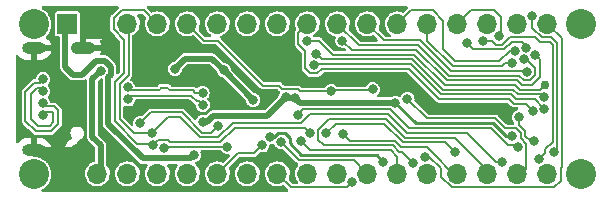
<source format=gbl>
G04 #@! TF.GenerationSoftware,KiCad,Pcbnew,(6.0.5)*
G04 #@! TF.CreationDate,2022-08-14T17:30:35+10:00*
G04 #@! TF.ProjectId,ESP32 PicoDev,45535033-3220-4506-9963-6f4465762e6b,rev?*
G04 #@! TF.SameCoordinates,Original*
G04 #@! TF.FileFunction,Copper,L2,Bot*
G04 #@! TF.FilePolarity,Positive*
%FSLAX46Y46*%
G04 Gerber Fmt 4.6, Leading zero omitted, Abs format (unit mm)*
G04 Created by KiCad (PCBNEW (6.0.5)) date 2022-08-14 17:30:35*
%MOMM*%
%LPD*%
G01*
G04 APERTURE LIST*
G04 #@! TA.AperFunction,ComponentPad*
%ADD10O,2.100000X1.050000*%
G04 #@! TD*
G04 #@! TA.AperFunction,ComponentPad*
%ADD11O,2.000000X1.000000*%
G04 #@! TD*
G04 #@! TA.AperFunction,ComponentPad*
%ADD12C,2.540000*%
G04 #@! TD*
G04 #@! TA.AperFunction,ComponentPad*
%ADD13R,1.700000X1.700000*%
G04 #@! TD*
G04 #@! TA.AperFunction,ComponentPad*
%ADD14O,1.700000X1.700000*%
G04 #@! TD*
G04 #@! TA.AperFunction,ViaPad*
%ADD15C,0.800000*%
G04 #@! TD*
G04 #@! TA.AperFunction,ViaPad*
%ADD16C,0.750000*%
G04 #@! TD*
G04 #@! TA.AperFunction,Conductor*
%ADD17C,0.508000*%
G04 #@! TD*
G04 #@! TA.AperFunction,Conductor*
%ADD18C,0.762000*%
G04 #@! TD*
G04 #@! TA.AperFunction,Conductor*
%ADD19C,0.254000*%
G04 #@! TD*
G04 #@! TA.AperFunction,Conductor*
%ADD20C,0.200000*%
G04 #@! TD*
G04 APERTURE END LIST*
D10*
X129636000Y-87395000D03*
D11*
X125456000Y-87395000D03*
X125456000Y-96035000D03*
D10*
X129636000Y-96035000D03*
D12*
X171811000Y-98065000D03*
X125456000Y-85365000D03*
X171811000Y-85365000D03*
X125456000Y-98065000D03*
D13*
X128300800Y-85339600D03*
D14*
X130840800Y-85339600D03*
X133380800Y-85339600D03*
X135920800Y-85339600D03*
X138460800Y-85339600D03*
X141000800Y-85339600D03*
X143540800Y-85339600D03*
X146080800Y-85339600D03*
X148620800Y-85339600D03*
X151160800Y-85339600D03*
X153700800Y-85339600D03*
X156240800Y-85339600D03*
X158780800Y-85339600D03*
X161320800Y-85339600D03*
X163860800Y-85339600D03*
X166400800Y-85339600D03*
X168940800Y-85339600D03*
D13*
X128300800Y-98039600D03*
D14*
X130840800Y-98039600D03*
X133380800Y-98039600D03*
X135920800Y-98039600D03*
X138460800Y-98039600D03*
X141000800Y-98039600D03*
X143540800Y-98039600D03*
X146080800Y-98039600D03*
X148620800Y-98039600D03*
X151160800Y-98039600D03*
X153700800Y-98039600D03*
X156240800Y-98039600D03*
X158780800Y-98039600D03*
X161320800Y-98039600D03*
X163860800Y-98039600D03*
X166400800Y-98039600D03*
X168940800Y-98039600D03*
D15*
X144043400Y-91770200D03*
X137414000Y-89154000D03*
X131116760Y-89315000D03*
X141554200Y-89281000D03*
X161671000Y-92456000D03*
X145288000Y-88138000D03*
X163195000Y-92456000D03*
X146558000Y-88138000D03*
X162433000Y-92456000D03*
X163957000Y-92456000D03*
X160909000Y-92456000D03*
X134239000Y-89179400D03*
X143840200Y-88214200D03*
X132207000Y-87452200D03*
X145920046Y-89869480D03*
X156133800Y-89890600D03*
X156063000Y-92031501D03*
X165989000Y-94869000D03*
X166547800Y-93238500D03*
X162132875Y-86992970D03*
X167830729Y-95291181D03*
X145492584Y-94930126D03*
X139014200Y-96457500D03*
X146773546Y-91567000D03*
X139776940Y-93638685D03*
X155067000Y-97015059D03*
X147554000Y-91588000D03*
X167130522Y-87367517D03*
X167935061Y-87960579D03*
X151586946Y-86754989D03*
X150647400Y-91059000D03*
X154151060Y-90890489D03*
X139762947Y-92185674D03*
X126238000Y-91059000D03*
X133438101Y-91731999D03*
X126238000Y-93091000D03*
X139747896Y-91186285D03*
X126238000Y-90043000D03*
X126238000Y-92075000D03*
X133451336Y-90730124D03*
X144780000Y-95631000D03*
X152430799Y-98738280D03*
X166424834Y-95768475D03*
X167670801Y-84640919D03*
X147828000Y-93026500D03*
X169480500Y-96193482D03*
X146403498Y-95341511D03*
X148089112Y-95267210D03*
X163531886Y-86762000D03*
X168277682Y-96750675D03*
X151641854Y-94658618D03*
X157607000Y-97155000D03*
X157099000Y-91694000D03*
X135459574Y-94607350D03*
X165100000Y-97017540D03*
X150242843Y-94592511D03*
X161098190Y-96196016D03*
X148843832Y-94564200D03*
X135564903Y-95601287D03*
D16*
X168706460Y-90551000D03*
D15*
X148569065Y-86788179D03*
X149339080Y-87855272D03*
X168680667Y-91525162D03*
X168681460Y-92524664D03*
X149156625Y-88837980D03*
X167694807Y-92684414D03*
X166991661Y-88360258D03*
X167223878Y-89405283D03*
X166172725Y-87653221D03*
X165913562Y-88618538D03*
X164846797Y-86402081D03*
X158546122Y-96584500D03*
X134478723Y-93715279D03*
X141029432Y-93967532D03*
X136524003Y-95882589D03*
X141859000Y-95758000D03*
D17*
X131116760Y-89315000D02*
X130429000Y-90002760D01*
X138282000Y-88286000D02*
X137414000Y-89154000D01*
X130429000Y-94919164D02*
X131139520Y-95629684D01*
X131139520Y-95629684D02*
X131139520Y-97740880D01*
X141554200Y-89281000D02*
X140559200Y-88286000D01*
X141554200Y-89281000D02*
X144043400Y-91770200D01*
X140559200Y-88286000D02*
X138282000Y-88286000D01*
X131139520Y-97740880D02*
X130840800Y-98039600D01*
X130429000Y-90002760D02*
X130429000Y-94919164D01*
D18*
X156722240Y-89818640D02*
X159359600Y-92456000D01*
X146558000Y-88265000D02*
X146558000Y-88138000D01*
X150165840Y-89818640D02*
X149766469Y-90218011D01*
X156133800Y-89890600D02*
X156061840Y-89818640D01*
X156061840Y-89818640D02*
X150165840Y-89818640D01*
X156205760Y-89818640D02*
X156722240Y-89818640D01*
X159359600Y-92456000D02*
X163957000Y-92456000D01*
X146558000Y-88138000D02*
X145288000Y-88138000D01*
X156133800Y-89890600D02*
X156205760Y-89818640D01*
X148511011Y-90218011D02*
X146558000Y-88265000D01*
X149766469Y-90218011D02*
X148511011Y-90218011D01*
D17*
X130740511Y-88461489D02*
X129548479Y-89653521D01*
D19*
X147130009Y-95040579D02*
X147130009Y-95472819D01*
X148120759Y-96463569D02*
X154515510Y-96463569D01*
X146704430Y-94615000D02*
X147130009Y-95040579D01*
D17*
X131470297Y-88461489D02*
X130740511Y-88461489D01*
X131785551Y-89853257D02*
X131970271Y-89668537D01*
D19*
X165481000Y-94869000D02*
X164363920Y-93751920D01*
D20*
X167130522Y-87367517D02*
X167130522Y-87247522D01*
D17*
X139776940Y-93638685D02*
X140151231Y-93638685D01*
X128792814Y-89653521D02*
X128132480Y-88993187D01*
D20*
X166771631Y-86888631D02*
X165914512Y-86888631D01*
D17*
X134688293Y-96736089D02*
X131785551Y-93833347D01*
X129548479Y-89653521D02*
X128792814Y-89653521D01*
D19*
X147130009Y-95472819D02*
X148120759Y-96463569D01*
D17*
X140151231Y-93638685D02*
X140675895Y-93114021D01*
D20*
X166547800Y-93873535D02*
X166547800Y-93238500D01*
D17*
X145226525Y-93114021D02*
X146773546Y-91567000D01*
D19*
X154515510Y-96463569D02*
X155067000Y-97015059D01*
D20*
X165914512Y-86888631D02*
X165300143Y-87503000D01*
X162642905Y-87503000D02*
X162132875Y-86992970D01*
D19*
X145787440Y-94930126D02*
X146102566Y-94615000D01*
D17*
X146794546Y-91588000D02*
X147554000Y-91588000D01*
X147997501Y-92031501D02*
X147554000Y-91588000D01*
D20*
X167130522Y-87247522D02*
X166771631Y-86888631D01*
D17*
X138735611Y-96736089D02*
X134688293Y-96736089D01*
X156063000Y-92031501D02*
X147997501Y-92031501D01*
X131970271Y-89668537D02*
X131970271Y-88961463D01*
X131785551Y-93833347D02*
X131785551Y-89853257D01*
X128132480Y-85507920D02*
X128300800Y-85339600D01*
D19*
X145492584Y-94930126D02*
X145787440Y-94930126D01*
D17*
X146773546Y-91567000D02*
X146794546Y-91588000D01*
X128132480Y-88993187D02*
X128132480Y-85507920D01*
D19*
X146102566Y-94615000D02*
X146704430Y-94615000D01*
X165989000Y-94869000D02*
X165481000Y-94869000D01*
X164363920Y-93751920D02*
X157783419Y-93751920D01*
D20*
X167088031Y-94846355D02*
X167088030Y-94413765D01*
X165300143Y-87503000D02*
X162642905Y-87503000D01*
D17*
X139014200Y-96457500D02*
X138735611Y-96736089D01*
X131970271Y-88961463D02*
X131470297Y-88461489D01*
D20*
X167532857Y-95291181D02*
X167088031Y-94846355D01*
X167088030Y-94413765D02*
X166547800Y-93873535D01*
X167830729Y-95291181D02*
X167532857Y-95291181D01*
D17*
X140675895Y-93114021D02*
X145226525Y-93114021D01*
D19*
X157783419Y-93751920D02*
X156063000Y-92031501D01*
D20*
X146514285Y-90867489D02*
X146215775Y-90568980D01*
X157854022Y-87540040D02*
X152371997Y-87540040D01*
X150647400Y-91059000D02*
X150753400Y-90953000D01*
X152371997Y-87540040D02*
X151586946Y-86754989D01*
X150753400Y-90953000D02*
X154088549Y-90953000D01*
X167679112Y-90504314D02*
X166768644Y-90504314D01*
X148014259Y-91059000D02*
X147822748Y-90867489D01*
X139883200Y-86762000D02*
X138460800Y-85339600D01*
X150647400Y-91059000D02*
X148014259Y-91059000D01*
X141037196Y-86762000D02*
X139883200Y-86762000D01*
X147822748Y-90867489D02*
X146514285Y-90867489D01*
X144844176Y-90568980D02*
X141037196Y-86762000D01*
X146215775Y-90568980D02*
X144844176Y-90568980D01*
X166768644Y-90504314D02*
X166381406Y-90117076D01*
X168322908Y-88348426D02*
X168322908Y-89860518D01*
X160431058Y-90117076D02*
X157854022Y-87540040D01*
X167935061Y-87960579D02*
X168322908Y-88348426D01*
X154088549Y-90953000D02*
X154151060Y-90890489D01*
X168322908Y-89860518D02*
X167679112Y-90504314D01*
X166381406Y-90117076D02*
X160431058Y-90117076D01*
X126238000Y-93091000D02*
X126492000Y-92837000D01*
X125193000Y-93378800D02*
X125193000Y-91279200D01*
X127127000Y-92837000D02*
X127127000Y-93668994D01*
X127127000Y-93668994D02*
X126813987Y-93982007D01*
X125796207Y-93982007D02*
X125193000Y-93378800D01*
X133380800Y-98039600D02*
X133863400Y-98039600D01*
X139762947Y-92185674D02*
X139483784Y-91906511D01*
X126492000Y-92837000D02*
X127127000Y-92837000D01*
X138833392Y-91432001D02*
X133738099Y-91432001D01*
X125696199Y-90776001D02*
X125955001Y-90776001D01*
X125955001Y-90776001D02*
X126238000Y-91059000D01*
X138853489Y-91452098D02*
X138833392Y-91432001D01*
X126813987Y-93982007D02*
X125796207Y-93982007D01*
X125193000Y-91279200D02*
X125696199Y-90776001D01*
X133738099Y-91432001D02*
X133438101Y-91731999D01*
X139263252Y-91906511D02*
X138853489Y-91496748D01*
X139483784Y-91906511D02*
X139263252Y-91906511D01*
X138853489Y-91496748D02*
X138853489Y-91452098D01*
X125955001Y-90325999D02*
X126238000Y-90043000D01*
X135920800Y-97988800D02*
X135920800Y-98039600D01*
X136810824Y-90753110D02*
X136810621Y-90752907D01*
X126928993Y-94432007D02*
X125609807Y-94432007D01*
X136810824Y-90763752D02*
X136810824Y-90753110D01*
X126492000Y-92329000D02*
X127184006Y-92329000D01*
X127526520Y-92671514D02*
X127526520Y-93834480D01*
X127526520Y-93834480D02*
X126928993Y-94432007D01*
X136810621Y-90752907D02*
X136217097Y-90752907D01*
X136811715Y-90796283D02*
X136811715Y-90796282D01*
X127184006Y-92329000D02*
X127526520Y-92671514D01*
X125609807Y-94432007D02*
X124743000Y-93565200D01*
X136217097Y-90752907D02*
X136214502Y-90755502D01*
X136025999Y-90981999D02*
X133703211Y-90981999D01*
X125509801Y-90325999D02*
X125955001Y-90325999D01*
X139152682Y-91186285D02*
X138948396Y-90981999D01*
X133703211Y-90981999D02*
X133451336Y-90730124D01*
X126238000Y-92075000D02*
X126492000Y-92329000D01*
X124743000Y-93565200D02*
X124743000Y-91092800D01*
X124743000Y-91092800D02*
X125509801Y-90325999D01*
X139747896Y-91186285D02*
X139152682Y-91186285D01*
X138948396Y-90981999D02*
X136997431Y-90981999D01*
X136211715Y-90796282D02*
X136211715Y-90796283D01*
X136025999Y-90982015D02*
G75*
G03*
X136211715Y-90796283I1J185715D01*
G01*
X136811701Y-90796283D02*
G75*
G03*
X136997431Y-90981999I185699J-17D01*
G01*
X136211714Y-90796282D02*
G75*
G03*
X136214501Y-90755502I-8547914J604682D01*
G01*
X136810825Y-90763752D02*
G75*
G03*
X136811716Y-90796282I3188075J71052D01*
G01*
X142753400Y-96287000D02*
X141000800Y-98039600D01*
X144124000Y-96287000D02*
X142753400Y-96287000D01*
X144780000Y-95631000D02*
X144124000Y-96287000D01*
X151979968Y-99189111D02*
X152430799Y-98738280D01*
X147230311Y-99189111D02*
X151979968Y-99189111D01*
X146080800Y-98039600D02*
X147230311Y-99189111D01*
X146403498Y-95341511D02*
X146403498Y-95349498D01*
X155627261Y-92585021D02*
X148269479Y-92585021D01*
X148269479Y-92585021D02*
X147828000Y-93026500D01*
X169293111Y-86489111D02*
X168464656Y-86489111D01*
X165577321Y-95568511D02*
X164187251Y-94178441D01*
X147944089Y-96890089D02*
X152551289Y-96890089D01*
X166224870Y-95568511D02*
X165577321Y-95568511D01*
X164187251Y-94178441D02*
X157220681Y-94178441D01*
X169780480Y-86976480D02*
X169293111Y-86489111D01*
X146403498Y-95349498D02*
X147944089Y-96890089D01*
X157220681Y-94178441D02*
X155627261Y-92585021D01*
X169780480Y-95893502D02*
X169780480Y-86976480D01*
X166424834Y-95768475D02*
X166224870Y-95568511D01*
X168464656Y-86489111D02*
X167670801Y-85695256D01*
X169480500Y-96193482D02*
X169780480Y-95893502D01*
X152551289Y-96890089D02*
X153700800Y-98039600D01*
X167670801Y-85695256D02*
X167670801Y-84640919D01*
X148858951Y-96037049D02*
X155676249Y-96037049D01*
X148089112Y-95267210D02*
X148858951Y-96037049D01*
X155676249Y-96037049D02*
X156240800Y-96601600D01*
X156240800Y-96601600D02*
X156240800Y-98039600D01*
X168780989Y-96247368D02*
X168780989Y-95903734D01*
X167895428Y-86489111D02*
X165749025Y-86489112D01*
X165136545Y-87101592D02*
X164557049Y-87101592D01*
X165749025Y-86489112D02*
X165136545Y-87101592D01*
X169380960Y-87141966D02*
X169127625Y-86888631D01*
X168277682Y-96750675D02*
X168780989Y-96247368D01*
X167897539Y-86487000D02*
X167895428Y-86489111D01*
X168780989Y-95903734D02*
X169380960Y-95303763D01*
X164217457Y-86762000D02*
X163531886Y-86762000D01*
X164557049Y-87101592D02*
X164217457Y-86762000D01*
X169127625Y-86888631D02*
X168299169Y-86888630D01*
X168299169Y-86888630D02*
X167897539Y-86487000D01*
X169380960Y-95303763D02*
X169380960Y-87141966D01*
X159245633Y-96313772D02*
X160971461Y-98039600D01*
X151641854Y-94658618D02*
X152214716Y-95231480D01*
X156558736Y-95776520D02*
X158727401Y-95776520D01*
X158727401Y-95776520D02*
X159245633Y-96294752D01*
X156013696Y-95231480D02*
X156558736Y-95776520D01*
X159245633Y-96294752D02*
X159245633Y-96313772D01*
X160971461Y-98039600D02*
X161320800Y-98039600D01*
X152214716Y-95231480D02*
X156013696Y-95231480D01*
X149543332Y-94302763D02*
X150462034Y-93384061D01*
X161144480Y-94977480D02*
X163860800Y-97693800D01*
X150037800Y-95631000D02*
X149543332Y-95136532D01*
X150462034Y-93384061D02*
X155296289Y-93384061D01*
X157607000Y-97155000D02*
X156628040Y-96176040D01*
X155296289Y-93384061D02*
X156889708Y-94977480D01*
X156889708Y-94977480D02*
X161144480Y-94977480D01*
X155848210Y-95631000D02*
X150037800Y-95631000D01*
X156628040Y-96176040D02*
X156393249Y-96176039D01*
X156393249Y-96176039D02*
X155848210Y-95631000D01*
X163860800Y-97693800D02*
X163860800Y-98039600D01*
X149543332Y-95136532D02*
X149543332Y-94302763D01*
X166688511Y-95011841D02*
X166688511Y-94579252D01*
X167157400Y-97637600D02*
X167157400Y-95480730D01*
X165391089Y-94169489D02*
X164547000Y-93325400D01*
X158730400Y-93325400D02*
X157099000Y-91694000D01*
X167157400Y-95480730D02*
X166688511Y-95011841D01*
X166400800Y-98039600D02*
X166755400Y-98039600D01*
X166278748Y-94169489D02*
X165391089Y-94169489D01*
X164547000Y-93325400D02*
X158730400Y-93325400D01*
X166688511Y-94579252D02*
X166278748Y-94169489D01*
X166755400Y-98039600D02*
X167157400Y-97637600D01*
X148859218Y-92984541D02*
X148117748Y-93726011D01*
X132738590Y-90446058D02*
X133495519Y-89689129D01*
X141077034Y-94958960D02*
X139542949Y-94958959D01*
X142309983Y-93726011D02*
X141077034Y-94958960D01*
X155461775Y-92984541D02*
X148859218Y-92984541D01*
X135459574Y-94607350D02*
X133907356Y-94607350D01*
X139542949Y-94958959D02*
X137820510Y-93236520D01*
X136830404Y-93236520D02*
X135459574Y-94607350D01*
X162141961Y-94577961D02*
X157055195Y-94577961D01*
X165100000Y-97017540D02*
X164581540Y-97017540D01*
X157055195Y-94577961D02*
X155461775Y-92984541D01*
X133495519Y-89689129D02*
X133495519Y-85454319D01*
X133907356Y-94607350D02*
X132738590Y-93438584D01*
X133495519Y-85454319D02*
X133380800Y-85339600D01*
X148117748Y-93726011D02*
X142309983Y-93726011D01*
X164581540Y-97017540D02*
X162141961Y-94577961D01*
X132738590Y-93438584D02*
X132738590Y-90446058D01*
X137820510Y-93236520D02*
X136830404Y-93236520D01*
X135564903Y-95601287D02*
X135467616Y-95504000D01*
X141269261Y-95358480D02*
X142502221Y-94125520D01*
X134239000Y-95504000D02*
X132339071Y-93604071D01*
X132339071Y-90280571D02*
X133096000Y-89523642D01*
X135983112Y-95183078D02*
X136813751Y-95183078D01*
X136989153Y-95358480D02*
X141269261Y-95358480D01*
X150242843Y-94592511D02*
X151051773Y-93783581D01*
X148405152Y-94125520D02*
X148843832Y-94564200D01*
X134771289Y-84190089D02*
X135920800Y-85339600D01*
X133096000Y-89523642D02*
X133096000Y-86680455D01*
X135564903Y-95601287D02*
X135983112Y-95183078D01*
X132231289Y-84863456D02*
X132904656Y-84190089D01*
X132231289Y-85815744D02*
X132231289Y-84863456D01*
X136813751Y-95183078D02*
X136989153Y-95358480D01*
X135467616Y-95504000D02*
X134239000Y-95504000D01*
X151051773Y-93783581D02*
X155130803Y-93783581D01*
X142502221Y-94125520D02*
X148405152Y-94125520D01*
X156724222Y-95377000D02*
X160279174Y-95377000D01*
X132339071Y-93604071D02*
X132339071Y-90280571D01*
X160279174Y-95377000D02*
X161098190Y-96196016D01*
X155130803Y-93783581D02*
X156724222Y-95377000D01*
X133096000Y-86680455D02*
X132231289Y-85815744D01*
X132904656Y-84190089D02*
X134771289Y-84190089D01*
X166215919Y-90516595D02*
X160265571Y-90516595D01*
X168706460Y-90551000D02*
X168353627Y-90903833D01*
X168353627Y-90903833D02*
X166603157Y-90903833D01*
X166603157Y-90903833D02*
X166215919Y-90516595D01*
X160265571Y-90516595D02*
X157688536Y-87939560D01*
X157688536Y-87939560D02*
X150793834Y-87939558D01*
X150793834Y-87939558D02*
X149642455Y-86788179D01*
X149642455Y-86788179D02*
X148569065Y-86788179D01*
X168458858Y-91303353D02*
X166437671Y-91303353D01*
X168680667Y-91525162D02*
X168458858Y-91303353D01*
X160100084Y-90916114D02*
X157523050Y-88339080D01*
X157523050Y-88339080D02*
X149822888Y-88339080D01*
X164740926Y-90916114D02*
X160100084Y-90916114D01*
X149822888Y-88339080D02*
X149339080Y-87855272D01*
X166050433Y-90916115D02*
X164740926Y-90916114D01*
X166437671Y-91303353D02*
X166050433Y-90916115D01*
X157357564Y-88738600D02*
X149256005Y-88738600D01*
X149256005Y-88738600D02*
X149156625Y-88837980D01*
X167869118Y-91702872D02*
X166272184Y-91702872D01*
X159934597Y-91315633D02*
X157357564Y-88738600D01*
X168681460Y-92515214D02*
X167869118Y-91702872D01*
X168681460Y-92524664D02*
X168681460Y-92515214D01*
X166272184Y-91702872D02*
X165884945Y-91315633D01*
X165884945Y-91315633D02*
X159934597Y-91315633D01*
X147869554Y-87077927D02*
X147869554Y-86090846D01*
X167694807Y-92684414D02*
X167112784Y-92102391D01*
X159769110Y-91715152D02*
X157192078Y-89138120D01*
X157192078Y-89138120D02*
X149845744Y-89138120D01*
X149845744Y-89138120D02*
X149446373Y-89537491D01*
X148866877Y-89537491D02*
X148443000Y-89113614D01*
X167112784Y-92102391D02*
X166106697Y-92102391D01*
X148443000Y-87651373D02*
X147869554Y-87077927D01*
X149446373Y-89537491D02*
X148866877Y-89537491D01*
X166106697Y-92102391D02*
X165719458Y-91715152D01*
X165719458Y-91715152D02*
X159769110Y-91715152D01*
X148443000Y-89113614D02*
X148443000Y-87651373D01*
X147869554Y-86090846D02*
X148620800Y-85339600D01*
X166934130Y-90104794D02*
X166546893Y-89717557D01*
X166991661Y-88360258D02*
X167168112Y-88360258D01*
X166546893Y-89717557D02*
X160596545Y-89717557D01*
X167168112Y-88360258D02*
X167923389Y-89115535D01*
X167513626Y-90104794D02*
X166934130Y-90104794D01*
X158019508Y-87140520D02*
X152961720Y-87140520D01*
X167923389Y-89115535D02*
X167923389Y-89695031D01*
X160596545Y-89717557D02*
X158019508Y-87140520D01*
X152961720Y-87140520D02*
X151160800Y-85339600D01*
X167923389Y-89695031D02*
X167513626Y-90104794D01*
X167223878Y-89405283D02*
X167136633Y-89318038D01*
X158184994Y-86741000D02*
X155102200Y-86741000D01*
X160762032Y-89318038D02*
X158184994Y-86741000D01*
X167136633Y-89318038D02*
X160762032Y-89318038D01*
X155102200Y-86741000D02*
X153700800Y-85339600D01*
X161163000Y-88519000D02*
X160127000Y-87483000D01*
X157390311Y-84190089D02*
X156240800Y-85339600D01*
X160127000Y-85060145D02*
X159256944Y-84190089D01*
X165748472Y-87653221D02*
X164882693Y-88519000D01*
X164882693Y-88519000D02*
X161163000Y-88519000D01*
X166172725Y-87653221D02*
X165748472Y-87653221D01*
X159256944Y-84190089D02*
X157390311Y-84190089D01*
X160127000Y-87483000D02*
X160127000Y-85060145D01*
X158780800Y-86771800D02*
X158780800Y-85339600D01*
X165913562Y-88618538D02*
X165381462Y-88618538D01*
X160927519Y-88918519D02*
X158780800Y-86771800D01*
X165081481Y-88918519D02*
X160927519Y-88918519D01*
X165381462Y-88618538D02*
X165081481Y-88918519D01*
X165010311Y-84787311D02*
X164413089Y-84190089D01*
X164413089Y-84190089D02*
X162470311Y-84190089D01*
X164846797Y-86402081D02*
X165010311Y-86238567D01*
X162470311Y-84190089D02*
X161320800Y-85339600D01*
X165010311Y-86238567D02*
X165010311Y-84787311D01*
X164339055Y-99187000D02*
X165922545Y-99187000D01*
X160844656Y-99189111D02*
X164336944Y-99189111D01*
X165922545Y-99187000D02*
X165924656Y-99189111D01*
X159930311Y-97563456D02*
X159930311Y-98274766D01*
X159930311Y-98274766D02*
X160844656Y-99189111D01*
X164336944Y-99189111D02*
X164339055Y-99187000D01*
X170090311Y-97563456D02*
X170180000Y-97473767D01*
X158546122Y-96584500D02*
X158951355Y-96584500D01*
X165924656Y-99189111D02*
X169542889Y-99189111D01*
X170180000Y-86578800D02*
X168940800Y-85339600D01*
X170090311Y-98641689D02*
X170090311Y-97563456D01*
X169542889Y-99189111D02*
X170090311Y-98641689D01*
X170180000Y-97473767D02*
X170180000Y-86578800D01*
X158951355Y-96584500D02*
X159930311Y-97563456D01*
X135357002Y-92837000D02*
X134478723Y-93715279D01*
X137985996Y-92837000D02*
X135357002Y-92837000D01*
X141029432Y-93967532D02*
X140437524Y-94559440D01*
X140437524Y-94559440D02*
X139708436Y-94559440D01*
X139708436Y-94559440D02*
X137985996Y-92837000D01*
X136648592Y-95758000D02*
X141859000Y-95758000D01*
X136524003Y-95882589D02*
X136648592Y-95758000D01*
G04 #@! TA.AperFunction,Conductor*
G36*
X126904141Y-98816444D02*
G01*
X126939375Y-98878080D01*
X126942801Y-98907261D01*
X126942801Y-98934269D01*
X126943171Y-98941090D01*
X126948695Y-98991952D01*
X126952321Y-99007204D01*
X126997476Y-99127654D01*
X127006014Y-99143249D01*
X127082515Y-99245324D01*
X127095076Y-99257885D01*
X127197151Y-99334386D01*
X127212746Y-99342924D01*
X127215664Y-99344018D01*
X127218137Y-99345875D01*
X127220618Y-99347234D01*
X127220422Y-99347592D01*
X127272429Y-99386660D01*
X127297128Y-99453222D01*
X127281920Y-99522570D01*
X127231634Y-99572689D01*
X127171434Y-99588000D01*
X126233458Y-99588000D01*
X126165337Y-99567998D01*
X126118844Y-99514342D01*
X126108740Y-99444068D01*
X126138234Y-99379488D01*
X126178027Y-99348848D01*
X126206894Y-99334706D01*
X126211540Y-99332430D01*
X126408399Y-99192012D01*
X126579680Y-99021327D01*
X126641050Y-98935922D01*
X126714479Y-98833735D01*
X126770473Y-98790087D01*
X126841177Y-98783641D01*
X126904141Y-98816444D01*
G37*
G04 #@! TD.AperFunction*
G04 #@! TA.AperFunction,Conductor*
G36*
X131249083Y-89929603D02*
G01*
X131305919Y-89972150D01*
X131330730Y-90038670D01*
X131331051Y-90047659D01*
X131331051Y-93798891D01*
X131330178Y-93813700D01*
X131326144Y-93847785D01*
X131327836Y-93857049D01*
X131327836Y-93857052D01*
X131336780Y-93906027D01*
X131337429Y-93909929D01*
X131344835Y-93959183D01*
X131346236Y-93968498D01*
X131349389Y-93975065D01*
X131350698Y-93982230D01*
X131378013Y-94034814D01*
X131379756Y-94038304D01*
X131405397Y-94091700D01*
X131410292Y-94096995D01*
X131410385Y-94097134D01*
X131413699Y-94103513D01*
X131418045Y-94108601D01*
X131455627Y-94146183D01*
X131459057Y-94149748D01*
X131498168Y-94192059D01*
X131504568Y-94195777D01*
X131510828Y-94201384D01*
X134342544Y-97033100D01*
X134352399Y-97044189D01*
X134373652Y-97071148D01*
X134381399Y-97076502D01*
X134381403Y-97076506D01*
X134422365Y-97104817D01*
X134425585Y-97107118D01*
X134465635Y-97136699D01*
X134465637Y-97136700D01*
X134473216Y-97142298D01*
X134480091Y-97144712D01*
X134486082Y-97148853D01*
X134542502Y-97166696D01*
X134546258Y-97167949D01*
X134593277Y-97184461D01*
X134593283Y-97184462D01*
X134602167Y-97187582D01*
X134609371Y-97187865D01*
X134609542Y-97187898D01*
X134616390Y-97190064D01*
X134623061Y-97190589D01*
X134676231Y-97190589D01*
X134681177Y-97190686D01*
X134738730Y-97192947D01*
X134745885Y-97191050D01*
X134754260Y-97190589D01*
X134991608Y-97190589D01*
X135059729Y-97210591D01*
X135106222Y-97264247D01*
X135116326Y-97334521D01*
X135088129Y-97397580D01*
X135049824Y-97443230D01*
X135046859Y-97448624D01*
X135046853Y-97448633D01*
X134957034Y-97612014D01*
X134950576Y-97623762D01*
X134888284Y-97820132D01*
X134887598Y-97826249D01*
X134887597Y-97826253D01*
X134882738Y-97869576D01*
X134865320Y-98024862D01*
X134865836Y-98031006D01*
X134870526Y-98086852D01*
X134882559Y-98230153D01*
X134939344Y-98428186D01*
X134942159Y-98433663D01*
X134942160Y-98433666D01*
X135030645Y-98605840D01*
X135033512Y-98611418D01*
X135161477Y-98772870D01*
X135166170Y-98776864D01*
X135166171Y-98776865D01*
X135300965Y-98891583D01*
X135318364Y-98906391D01*
X135323742Y-98909397D01*
X135323744Y-98909398D01*
X135379153Y-98940365D01*
X135498198Y-99006897D01*
X135580046Y-99033491D01*
X135688271Y-99068656D01*
X135688275Y-99068657D01*
X135694129Y-99070559D01*
X135898694Y-99094951D01*
X135904829Y-99094479D01*
X135904831Y-99094479D01*
X135960839Y-99090169D01*
X136104100Y-99079146D01*
X136110030Y-99077490D01*
X136110032Y-99077490D01*
X136240291Y-99041121D01*
X136302525Y-99023745D01*
X136308014Y-99020972D01*
X136308020Y-99020970D01*
X136480916Y-98933633D01*
X136486410Y-98930858D01*
X136500321Y-98919990D01*
X136592711Y-98847807D01*
X136648751Y-98804024D01*
X136697071Y-98748045D01*
X136779340Y-98652734D01*
X136779340Y-98652733D01*
X136783364Y-98648072D01*
X136786910Y-98641831D01*
X136882076Y-98474307D01*
X136885123Y-98468944D01*
X136950151Y-98273463D01*
X136975971Y-98069074D01*
X136976383Y-98039600D01*
X136956280Y-97834570D01*
X136896735Y-97637349D01*
X136800018Y-97455449D01*
X136751716Y-97396225D01*
X136724162Y-97330793D01*
X136736357Y-97260852D01*
X136784430Y-97208607D01*
X136849359Y-97190589D01*
X137531608Y-97190589D01*
X137599729Y-97210591D01*
X137646222Y-97264247D01*
X137656326Y-97334521D01*
X137628129Y-97397580D01*
X137589824Y-97443230D01*
X137586859Y-97448624D01*
X137586853Y-97448633D01*
X137497034Y-97612014D01*
X137490576Y-97623762D01*
X137428284Y-97820132D01*
X137427598Y-97826249D01*
X137427597Y-97826253D01*
X137422738Y-97869576D01*
X137405320Y-98024862D01*
X137405836Y-98031006D01*
X137410526Y-98086852D01*
X137422559Y-98230153D01*
X137479344Y-98428186D01*
X137482159Y-98433663D01*
X137482160Y-98433666D01*
X137570645Y-98605840D01*
X137573512Y-98611418D01*
X137701477Y-98772870D01*
X137706170Y-98776864D01*
X137706171Y-98776865D01*
X137840965Y-98891583D01*
X137858364Y-98906391D01*
X137863742Y-98909397D01*
X137863744Y-98909398D01*
X137919153Y-98940365D01*
X138038198Y-99006897D01*
X138120046Y-99033491D01*
X138228271Y-99068656D01*
X138228275Y-99068657D01*
X138234129Y-99070559D01*
X138438694Y-99094951D01*
X138444829Y-99094479D01*
X138444831Y-99094479D01*
X138500839Y-99090169D01*
X138644100Y-99079146D01*
X138650030Y-99077490D01*
X138650032Y-99077490D01*
X138780291Y-99041121D01*
X138842525Y-99023745D01*
X138848014Y-99020972D01*
X138848020Y-99020970D01*
X139020916Y-98933633D01*
X139026410Y-98930858D01*
X139040321Y-98919990D01*
X139132711Y-98847807D01*
X139188751Y-98804024D01*
X139237071Y-98748045D01*
X139319340Y-98652734D01*
X139319340Y-98652733D01*
X139323364Y-98648072D01*
X139326910Y-98641831D01*
X139422076Y-98474307D01*
X139425123Y-98468944D01*
X139490151Y-98273463D01*
X139515971Y-98069074D01*
X139516383Y-98039600D01*
X139496280Y-97834570D01*
X139436735Y-97637349D01*
X139340018Y-97455449D01*
X139251271Y-97346635D01*
X139213706Y-97300575D01*
X139213703Y-97300572D01*
X139209811Y-97295800D01*
X139205062Y-97291871D01*
X139205061Y-97291870D01*
X139154112Y-97249721D01*
X139114374Y-97190887D01*
X139112753Y-97119909D01*
X139149762Y-97059322D01*
X139186210Y-97036228D01*
X139193762Y-97033100D01*
X139317041Y-96982036D01*
X139406282Y-96913559D01*
X139435936Y-96890805D01*
X139442482Y-96885782D01*
X139538736Y-96760341D01*
X139599244Y-96614262D01*
X139602223Y-96591638D01*
X139618804Y-96465688D01*
X139619882Y-96457500D01*
X139599244Y-96300738D01*
X139571069Y-96232718D01*
X139563480Y-96162129D01*
X139595259Y-96098642D01*
X139656317Y-96062414D01*
X139687478Y-96058500D01*
X141270531Y-96058500D01*
X141338652Y-96078502D01*
X141370493Y-96107795D01*
X141430718Y-96186282D01*
X141556159Y-96282536D01*
X141702238Y-96343044D01*
X141859000Y-96363682D01*
X141867188Y-96362604D01*
X141943285Y-96352586D01*
X142013434Y-96363526D01*
X142066532Y-96410654D01*
X142085722Y-96479008D01*
X142064911Y-96546886D01*
X142048828Y-96566600D01*
X142010965Y-96604464D01*
X141566534Y-97048895D01*
X141504222Y-97082921D01*
X141433407Y-97077856D01*
X141417517Y-97070639D01*
X141415280Y-97069430D01*
X141415278Y-97069429D01*
X141409855Y-97066497D01*
X141213054Y-97005577D01*
X141206929Y-97004933D01*
X141206928Y-97004933D01*
X141014298Y-96984687D01*
X141014296Y-96984687D01*
X141008169Y-96984043D01*
X140921329Y-96991946D01*
X140809142Y-97002155D01*
X140809139Y-97002156D01*
X140803003Y-97002714D01*
X140605372Y-97060880D01*
X140599907Y-97063737D01*
X140554933Y-97087249D01*
X140422802Y-97156326D01*
X140418001Y-97160186D01*
X140417998Y-97160188D01*
X140281049Y-97270298D01*
X140262247Y-97285415D01*
X140129824Y-97443230D01*
X140126859Y-97448624D01*
X140126853Y-97448633D01*
X140037034Y-97612014D01*
X140030576Y-97623762D01*
X139968284Y-97820132D01*
X139967598Y-97826249D01*
X139967597Y-97826253D01*
X139962738Y-97869576D01*
X139945320Y-98024862D01*
X139945836Y-98031006D01*
X139950526Y-98086852D01*
X139962559Y-98230153D01*
X140019344Y-98428186D01*
X140022159Y-98433663D01*
X140022160Y-98433666D01*
X140110645Y-98605840D01*
X140113512Y-98611418D01*
X140241477Y-98772870D01*
X140246170Y-98776864D01*
X140246171Y-98776865D01*
X140380965Y-98891583D01*
X140398364Y-98906391D01*
X140403742Y-98909397D01*
X140403744Y-98909398D01*
X140459153Y-98940365D01*
X140578198Y-99006897D01*
X140660046Y-99033491D01*
X140768271Y-99068656D01*
X140768275Y-99068657D01*
X140774129Y-99070559D01*
X140978694Y-99094951D01*
X140984829Y-99094479D01*
X140984831Y-99094479D01*
X141040839Y-99090169D01*
X141184100Y-99079146D01*
X141190030Y-99077490D01*
X141190032Y-99077490D01*
X141320291Y-99041121D01*
X141382525Y-99023745D01*
X141388014Y-99020972D01*
X141388020Y-99020970D01*
X141560916Y-98933633D01*
X141566410Y-98930858D01*
X141580321Y-98919990D01*
X141672711Y-98847807D01*
X141728751Y-98804024D01*
X141777071Y-98748045D01*
X141859340Y-98652734D01*
X141859340Y-98652733D01*
X141863364Y-98648072D01*
X141866910Y-98641831D01*
X141962076Y-98474307D01*
X141965123Y-98468944D01*
X142030151Y-98273463D01*
X142055971Y-98069074D01*
X142056383Y-98039600D01*
X142054938Y-98024862D01*
X142485320Y-98024862D01*
X142485836Y-98031006D01*
X142490526Y-98086852D01*
X142502559Y-98230153D01*
X142559344Y-98428186D01*
X142562159Y-98433663D01*
X142562160Y-98433666D01*
X142650645Y-98605840D01*
X142653512Y-98611418D01*
X142781477Y-98772870D01*
X142786170Y-98776864D01*
X142786171Y-98776865D01*
X142920965Y-98891583D01*
X142938364Y-98906391D01*
X142943742Y-98909397D01*
X142943744Y-98909398D01*
X142999153Y-98940365D01*
X143118198Y-99006897D01*
X143200046Y-99033491D01*
X143308271Y-99068656D01*
X143308275Y-99068657D01*
X143314129Y-99070559D01*
X143518694Y-99094951D01*
X143524829Y-99094479D01*
X143524831Y-99094479D01*
X143580839Y-99090169D01*
X143724100Y-99079146D01*
X143730030Y-99077490D01*
X143730032Y-99077490D01*
X143860291Y-99041121D01*
X143922525Y-99023745D01*
X143928014Y-99020972D01*
X143928020Y-99020970D01*
X144100916Y-98933633D01*
X144106410Y-98930858D01*
X144120321Y-98919990D01*
X144212711Y-98847807D01*
X144268751Y-98804024D01*
X144317071Y-98748045D01*
X144399340Y-98652734D01*
X144399340Y-98652733D01*
X144403364Y-98648072D01*
X144406910Y-98641831D01*
X144502076Y-98474307D01*
X144505123Y-98468944D01*
X144570151Y-98273463D01*
X144595971Y-98069074D01*
X144596383Y-98039600D01*
X144576280Y-97834570D01*
X144516735Y-97637349D01*
X144420018Y-97455449D01*
X144331271Y-97346635D01*
X144293706Y-97300575D01*
X144293703Y-97300572D01*
X144289811Y-97295800D01*
X144285062Y-97291871D01*
X144135825Y-97168411D01*
X144135821Y-97168408D01*
X144131075Y-97164482D01*
X143960022Y-97071994D01*
X143955274Y-97069427D01*
X143949855Y-97066497D01*
X143753054Y-97005577D01*
X143746929Y-97004933D01*
X143746928Y-97004933D01*
X143554298Y-96984687D01*
X143554296Y-96984687D01*
X143548169Y-96984043D01*
X143461329Y-96991946D01*
X143349142Y-97002155D01*
X143349139Y-97002156D01*
X143343003Y-97002714D01*
X143145372Y-97060880D01*
X143139907Y-97063737D01*
X143094933Y-97087249D01*
X142962802Y-97156326D01*
X142958001Y-97160186D01*
X142957998Y-97160188D01*
X142821049Y-97270298D01*
X142802247Y-97285415D01*
X142669824Y-97443230D01*
X142666859Y-97448624D01*
X142666853Y-97448633D01*
X142577034Y-97612014D01*
X142570576Y-97623762D01*
X142508284Y-97820132D01*
X142507598Y-97826249D01*
X142507597Y-97826253D01*
X142502738Y-97869576D01*
X142485320Y-98024862D01*
X142054938Y-98024862D01*
X142036280Y-97834570D01*
X141976735Y-97637349D01*
X141973843Y-97631910D01*
X141973842Y-97631907D01*
X141968883Y-97622581D01*
X141954563Y-97553044D01*
X141980110Y-97486803D01*
X141991039Y-97474332D01*
X142840966Y-96624405D01*
X142903278Y-96590379D01*
X142930061Y-96587500D01*
X144071634Y-96587500D01*
X144074307Y-96587696D01*
X144079342Y-96589425D01*
X144090964Y-96588989D01*
X144090966Y-96588989D01*
X144128255Y-96587589D01*
X144132981Y-96587500D01*
X144151948Y-96587500D01*
X144156683Y-96586618D01*
X144160209Y-96586390D01*
X144163949Y-96586249D01*
X144191208Y-96585226D01*
X144201893Y-96580636D01*
X144206493Y-96579599D01*
X144218214Y-96576038D01*
X144222617Y-96574339D01*
X144234053Y-96572209D01*
X144255041Y-96559272D01*
X144271411Y-96550769D01*
X144285888Y-96544549D01*
X144285892Y-96544547D01*
X144294063Y-96541036D01*
X144298949Y-96537022D01*
X144301134Y-96534837D01*
X144303397Y-96532785D01*
X144303542Y-96532945D01*
X144312549Y-96525825D01*
X144319444Y-96519573D01*
X144329348Y-96513468D01*
X144345916Y-96491680D01*
X144357110Y-96478861D01*
X144576375Y-96259596D01*
X144638687Y-96225570D01*
X144681916Y-96223769D01*
X144780000Y-96236682D01*
X144788188Y-96235604D01*
X144802970Y-96233658D01*
X144864404Y-96225570D01*
X144928574Y-96217122D01*
X144936762Y-96216044D01*
X145082841Y-96155536D01*
X145183234Y-96078502D01*
X145201736Y-96064305D01*
X145208282Y-96059282D01*
X145304536Y-95933841D01*
X145365044Y-95787762D01*
X145383933Y-95644284D01*
X145412655Y-95579357D01*
X145471920Y-95540265D01*
X145492760Y-95537142D01*
X145492584Y-95535808D01*
X145601614Y-95521454D01*
X145641158Y-95516248D01*
X145649346Y-95515170D01*
X145656973Y-95512011D01*
X145656976Y-95512010D01*
X145683254Y-95501125D01*
X145753844Y-95493536D01*
X145817331Y-95525316D01*
X145847881Y-95569316D01*
X145878962Y-95644352D01*
X145975216Y-95769793D01*
X145981762Y-95774816D01*
X145987963Y-95779574D01*
X146100657Y-95866047D01*
X146246736Y-95926555D01*
X146403498Y-95947193D01*
X146494524Y-95935209D01*
X146564672Y-95946148D01*
X146600065Y-95971036D01*
X147694570Y-97065541D01*
X147696326Y-97067575D01*
X147698664Y-97072358D01*
X147707193Y-97080270D01*
X147707194Y-97080271D01*
X147734566Y-97105662D01*
X147737971Y-97108942D01*
X147751366Y-97122337D01*
X147755336Y-97125061D01*
X147757984Y-97127386D01*
X147780735Y-97148490D01*
X147791541Y-97152801D01*
X147801370Y-97159015D01*
X147799030Y-97162716D01*
X147836931Y-97192470D01*
X147860208Y-97259542D01*
X147843528Y-97328552D01*
X147830882Y-97346629D01*
X147749824Y-97443230D01*
X147746859Y-97448624D01*
X147746853Y-97448633D01*
X147657034Y-97612014D01*
X147650576Y-97623762D01*
X147588284Y-97820132D01*
X147587598Y-97826249D01*
X147587597Y-97826253D01*
X147582738Y-97869576D01*
X147565320Y-98024862D01*
X147565836Y-98031006D01*
X147570526Y-98086852D01*
X147582559Y-98230153D01*
X147639344Y-98428186D01*
X147642159Y-98433663D01*
X147642160Y-98433666D01*
X147730645Y-98605840D01*
X147733512Y-98611418D01*
X147757326Y-98641464D01*
X147791314Y-98684346D01*
X147817952Y-98750156D01*
X147804781Y-98819921D01*
X147755984Y-98871490D01*
X147692569Y-98888611D01*
X147406972Y-98888611D01*
X147338851Y-98868609D01*
X147317877Y-98851706D01*
X147072011Y-98605840D01*
X147037985Y-98543528D01*
X147043050Y-98472713D01*
X147043225Y-98472286D01*
X147045123Y-98468944D01*
X147056859Y-98433666D01*
X147108204Y-98279315D01*
X147110151Y-98273463D01*
X147135971Y-98069074D01*
X147136383Y-98039600D01*
X147116280Y-97834570D01*
X147056735Y-97637349D01*
X146960018Y-97455449D01*
X146871271Y-97346635D01*
X146833706Y-97300575D01*
X146833703Y-97300572D01*
X146829811Y-97295800D01*
X146825062Y-97291871D01*
X146675825Y-97168411D01*
X146675821Y-97168408D01*
X146671075Y-97164482D01*
X146500022Y-97071994D01*
X146495274Y-97069427D01*
X146489855Y-97066497D01*
X146293054Y-97005577D01*
X146286929Y-97004933D01*
X146286928Y-97004933D01*
X146094298Y-96984687D01*
X146094296Y-96984687D01*
X146088169Y-96984043D01*
X146001329Y-96991946D01*
X145889142Y-97002155D01*
X145889139Y-97002156D01*
X145883003Y-97002714D01*
X145685372Y-97060880D01*
X145679907Y-97063737D01*
X145634933Y-97087249D01*
X145502802Y-97156326D01*
X145498001Y-97160186D01*
X145497998Y-97160188D01*
X145361049Y-97270298D01*
X145342247Y-97285415D01*
X145209824Y-97443230D01*
X145206859Y-97448624D01*
X145206853Y-97448633D01*
X145117034Y-97612014D01*
X145110576Y-97623762D01*
X145048284Y-97820132D01*
X145047598Y-97826249D01*
X145047597Y-97826253D01*
X145042738Y-97869576D01*
X145025320Y-98024862D01*
X145025836Y-98031006D01*
X145030526Y-98086852D01*
X145042559Y-98230153D01*
X145099344Y-98428186D01*
X145102159Y-98433663D01*
X145102160Y-98433666D01*
X145190645Y-98605840D01*
X145193512Y-98611418D01*
X145321477Y-98772870D01*
X145326170Y-98776864D01*
X145326171Y-98776865D01*
X145460965Y-98891583D01*
X145478364Y-98906391D01*
X145483742Y-98909397D01*
X145483744Y-98909398D01*
X145539153Y-98940365D01*
X145658198Y-99006897D01*
X145740046Y-99033491D01*
X145848271Y-99068656D01*
X145848275Y-99068657D01*
X145854129Y-99070559D01*
X146058694Y-99094951D01*
X146064829Y-99094479D01*
X146064831Y-99094479D01*
X146120839Y-99090169D01*
X146264100Y-99079146D01*
X146270030Y-99077490D01*
X146270032Y-99077490D01*
X146400291Y-99041121D01*
X146462525Y-99023745D01*
X146499011Y-99005315D01*
X146568831Y-98992455D01*
X146634522Y-99019384D01*
X146644915Y-99028686D01*
X146980792Y-99364563D01*
X146982548Y-99366597D01*
X146984886Y-99371380D01*
X146993416Y-99379293D01*
X146999044Y-99386870D01*
X147023605Y-99453483D01*
X147008253Y-99522800D01*
X146957863Y-99572814D01*
X146897893Y-99588000D01*
X129430166Y-99588000D01*
X129362045Y-99567998D01*
X129315552Y-99514342D01*
X129305448Y-99444068D01*
X129334942Y-99379488D01*
X129381073Y-99347400D01*
X129380982Y-99347234D01*
X129382534Y-99346384D01*
X129385936Y-99344018D01*
X129388854Y-99342924D01*
X129404449Y-99334386D01*
X129506524Y-99257885D01*
X129519085Y-99245324D01*
X129595586Y-99143249D01*
X129604124Y-99127654D01*
X129649278Y-99007206D01*
X129652905Y-98991951D01*
X129658431Y-98941086D01*
X129658800Y-98934272D01*
X129658800Y-98558792D01*
X129678802Y-98490671D01*
X129732458Y-98444178D01*
X129802732Y-98434074D01*
X129867312Y-98463568D01*
X129896867Y-98501198D01*
X129949957Y-98604500D01*
X129953512Y-98611418D01*
X130081477Y-98772870D01*
X130086170Y-98776864D01*
X130086171Y-98776865D01*
X130220965Y-98891583D01*
X130238364Y-98906391D01*
X130243742Y-98909397D01*
X130243744Y-98909398D01*
X130299153Y-98940365D01*
X130418198Y-99006897D01*
X130500046Y-99033491D01*
X130608271Y-99068656D01*
X130608275Y-99068657D01*
X130614129Y-99070559D01*
X130818694Y-99094951D01*
X130824829Y-99094479D01*
X130824831Y-99094479D01*
X130880839Y-99090169D01*
X131024100Y-99079146D01*
X131030030Y-99077490D01*
X131030032Y-99077490D01*
X131160291Y-99041121D01*
X131222525Y-99023745D01*
X131228014Y-99020972D01*
X131228020Y-99020970D01*
X131400916Y-98933633D01*
X131406410Y-98930858D01*
X131420321Y-98919990D01*
X131512711Y-98847807D01*
X131568751Y-98804024D01*
X131617071Y-98748045D01*
X131699340Y-98652734D01*
X131699340Y-98652733D01*
X131703364Y-98648072D01*
X131706910Y-98641831D01*
X131802076Y-98474307D01*
X131805123Y-98468944D01*
X131870151Y-98273463D01*
X131895971Y-98069074D01*
X131896383Y-98039600D01*
X131894938Y-98024862D01*
X132325320Y-98024862D01*
X132325836Y-98031006D01*
X132330526Y-98086852D01*
X132342559Y-98230153D01*
X132399344Y-98428186D01*
X132402159Y-98433663D01*
X132402160Y-98433666D01*
X132490645Y-98605840D01*
X132493512Y-98611418D01*
X132621477Y-98772870D01*
X132626170Y-98776864D01*
X132626171Y-98776865D01*
X132760965Y-98891583D01*
X132778364Y-98906391D01*
X132783742Y-98909397D01*
X132783744Y-98909398D01*
X132839153Y-98940365D01*
X132958198Y-99006897D01*
X133040046Y-99033491D01*
X133148271Y-99068656D01*
X133148275Y-99068657D01*
X133154129Y-99070559D01*
X133358694Y-99094951D01*
X133364829Y-99094479D01*
X133364831Y-99094479D01*
X133420839Y-99090169D01*
X133564100Y-99079146D01*
X133570030Y-99077490D01*
X133570032Y-99077490D01*
X133700291Y-99041121D01*
X133762525Y-99023745D01*
X133768014Y-99020972D01*
X133768020Y-99020970D01*
X133940916Y-98933633D01*
X133946410Y-98930858D01*
X133960321Y-98919990D01*
X134052711Y-98847807D01*
X134108751Y-98804024D01*
X134157071Y-98748045D01*
X134239340Y-98652734D01*
X134239340Y-98652733D01*
X134243364Y-98648072D01*
X134246910Y-98641831D01*
X134342076Y-98474307D01*
X134345123Y-98468944D01*
X134410151Y-98273463D01*
X134435971Y-98069074D01*
X134436383Y-98039600D01*
X134416280Y-97834570D01*
X134356735Y-97637349D01*
X134260018Y-97455449D01*
X134171271Y-97346635D01*
X134133706Y-97300575D01*
X134133703Y-97300572D01*
X134129811Y-97295800D01*
X134125062Y-97291871D01*
X133975825Y-97168411D01*
X133975821Y-97168408D01*
X133971075Y-97164482D01*
X133800022Y-97071994D01*
X133795274Y-97069427D01*
X133789855Y-97066497D01*
X133593054Y-97005577D01*
X133586929Y-97004933D01*
X133586928Y-97004933D01*
X133394298Y-96984687D01*
X133394296Y-96984687D01*
X133388169Y-96984043D01*
X133301329Y-96991946D01*
X133189142Y-97002155D01*
X133189139Y-97002156D01*
X133183003Y-97002714D01*
X132985372Y-97060880D01*
X132979907Y-97063737D01*
X132934933Y-97087249D01*
X132802802Y-97156326D01*
X132798001Y-97160186D01*
X132797998Y-97160188D01*
X132661049Y-97270298D01*
X132642247Y-97285415D01*
X132509824Y-97443230D01*
X132506859Y-97448624D01*
X132506853Y-97448633D01*
X132417034Y-97612014D01*
X132410576Y-97623762D01*
X132348284Y-97820132D01*
X132347598Y-97826249D01*
X132347597Y-97826253D01*
X132342738Y-97869576D01*
X132325320Y-98024862D01*
X131894938Y-98024862D01*
X131876280Y-97834570D01*
X131816735Y-97637349D01*
X131720018Y-97455449D01*
X131712167Y-97445822D01*
X131622377Y-97335730D01*
X131594823Y-97270298D01*
X131594020Y-97256094D01*
X131594020Y-95664139D01*
X131594893Y-95649330D01*
X131597820Y-95624599D01*
X131598927Y-95615246D01*
X131596369Y-95601238D01*
X131588291Y-95557004D01*
X131587642Y-95553102D01*
X131580236Y-95503848D01*
X131580235Y-95503845D01*
X131578835Y-95494533D01*
X131575682Y-95487966D01*
X131574373Y-95480801D01*
X131547058Y-95428217D01*
X131545308Y-95424714D01*
X131523752Y-95379824D01*
X131519674Y-95371331D01*
X131514779Y-95366036D01*
X131514686Y-95365897D01*
X131511372Y-95359518D01*
X131507026Y-95354430D01*
X131469444Y-95316848D01*
X131466014Y-95313282D01*
X131464349Y-95311481D01*
X131426903Y-95270972D01*
X131420503Y-95267254D01*
X131414243Y-95261647D01*
X130920405Y-94767809D01*
X130886379Y-94705497D01*
X130883500Y-94678714D01*
X130883500Y-90243210D01*
X130903502Y-90175089D01*
X130920405Y-90154115D01*
X131115956Y-89958564D01*
X131178268Y-89924538D01*
X131249083Y-89929603D01*
G37*
G04 #@! TD.AperFunction*
G04 #@! TA.AperFunction,Conductor*
G36*
X130084491Y-97088002D02*
G01*
X130130984Y-97141658D01*
X130141088Y-97211932D01*
X130111594Y-97276512D01*
X130106235Y-97282209D01*
X130102247Y-97285415D01*
X129969824Y-97443230D01*
X129966854Y-97448633D01*
X129966853Y-97448634D01*
X129895214Y-97578945D01*
X129844868Y-97629004D01*
X129775451Y-97643897D01*
X129709002Y-97618896D01*
X129666618Y-97561939D01*
X129658799Y-97518244D01*
X129658799Y-97194000D01*
X129678801Y-97125879D01*
X129732457Y-97079386D01*
X129784799Y-97068000D01*
X130016370Y-97068000D01*
X130084491Y-97088002D01*
G37*
G04 #@! TD.AperFunction*
G04 #@! TA.AperFunction,Conductor*
G36*
X130331388Y-83862002D02*
G01*
X130377881Y-83915658D01*
X130387985Y-83985932D01*
X130358491Y-84050512D01*
X130312095Y-84084154D01*
X130308162Y-84085807D01*
X130119263Y-84184142D01*
X130110538Y-84189636D01*
X129940233Y-84317505D01*
X129932526Y-84324348D01*
X129785390Y-84478317D01*
X129778904Y-84486327D01*
X129658898Y-84662249D01*
X129653800Y-84671223D01*
X129591588Y-84805247D01*
X129544764Y-84858614D01*
X129476520Y-84878195D01*
X129408525Y-84857771D01*
X129362365Y-84803829D01*
X129351300Y-84752197D01*
X129351300Y-84469852D01*
X129344649Y-84436413D01*
X129342088Y-84423539D01*
X129342088Y-84423538D01*
X129339667Y-84411369D01*
X129295352Y-84345048D01*
X129229031Y-84300733D01*
X129216862Y-84298312D01*
X129216861Y-84298312D01*
X129176616Y-84290307D01*
X129170548Y-84289100D01*
X127431052Y-84289100D01*
X127424984Y-84290307D01*
X127384739Y-84298312D01*
X127384738Y-84298312D01*
X127372569Y-84300733D01*
X127306248Y-84345048D01*
X127261933Y-84411369D01*
X127259512Y-84423538D01*
X127259512Y-84423539D01*
X127256951Y-84436413D01*
X127250300Y-84469852D01*
X127250300Y-86209348D01*
X127251507Y-86215414D01*
X127251507Y-86215416D01*
X127258230Y-86249213D01*
X127261933Y-86267831D01*
X127306248Y-86334152D01*
X127316561Y-86341043D01*
X127357885Y-86368655D01*
X127372569Y-86378467D01*
X127384738Y-86380888D01*
X127384739Y-86380888D01*
X127405925Y-86385102D01*
X127431052Y-86390100D01*
X127551980Y-86390100D01*
X127620101Y-86410102D01*
X127666594Y-86463758D01*
X127677980Y-86516100D01*
X127677980Y-88958731D01*
X127677107Y-88973540D01*
X127673073Y-89007625D01*
X127674765Y-89016889D01*
X127674765Y-89016892D01*
X127683709Y-89065867D01*
X127684358Y-89069769D01*
X127691764Y-89119023D01*
X127693165Y-89128338D01*
X127696318Y-89134905D01*
X127697627Y-89142070D01*
X127724942Y-89194654D01*
X127726685Y-89198144D01*
X127752326Y-89251540D01*
X127757221Y-89256835D01*
X127757314Y-89256974D01*
X127760628Y-89263353D01*
X127764974Y-89268441D01*
X127802556Y-89306023D01*
X127805986Y-89309588D01*
X127845097Y-89351899D01*
X127851497Y-89355617D01*
X127857757Y-89361224D01*
X128447065Y-89950532D01*
X128456920Y-89961621D01*
X128478173Y-89988580D01*
X128485920Y-89993934D01*
X128485924Y-89993938D01*
X128526886Y-90022249D01*
X128530106Y-90024550D01*
X128570156Y-90054131D01*
X128570158Y-90054132D01*
X128577737Y-90059730D01*
X128584612Y-90062144D01*
X128590603Y-90066285D01*
X128647115Y-90084157D01*
X128650799Y-90085387D01*
X128697798Y-90101892D01*
X128697802Y-90101893D01*
X128706687Y-90105013D01*
X128713887Y-90105296D01*
X128714063Y-90105330D01*
X128720911Y-90107496D01*
X128727582Y-90108021D01*
X128780762Y-90108021D01*
X128785708Y-90108118D01*
X128843251Y-90110379D01*
X128850406Y-90108482D01*
X128858781Y-90108021D01*
X129514023Y-90108021D01*
X129528833Y-90108894D01*
X129562917Y-90112928D01*
X129572181Y-90111236D01*
X129572184Y-90111236D01*
X129621159Y-90102292D01*
X129625061Y-90101643D01*
X129674315Y-90094237D01*
X129674318Y-90094236D01*
X129683630Y-90092836D01*
X129690197Y-90089683D01*
X129697362Y-90088374D01*
X129749947Y-90061059D01*
X129753385Y-90059340D01*
X129793961Y-90039855D01*
X129864025Y-90028400D01*
X129929162Y-90056643D01*
X129968689Y-90115618D01*
X129974500Y-90153440D01*
X129974500Y-94876000D01*
X129954498Y-94944121D01*
X129900842Y-94990614D01*
X129848500Y-95002000D01*
X129783046Y-95002000D01*
X129714925Y-94981998D01*
X129668432Y-94928342D01*
X129658328Y-94858068D01*
X129666636Y-94827786D01*
X129696687Y-94755236D01*
X129698676Y-94740132D01*
X129715388Y-94613188D01*
X129716466Y-94605000D01*
X129696687Y-94454764D01*
X129638698Y-94314767D01*
X129546451Y-94194549D01*
X129426233Y-94102302D01*
X129286236Y-94044313D01*
X129278048Y-94043235D01*
X129177807Y-94030038D01*
X129177806Y-94030038D01*
X129173720Y-94029500D01*
X129098280Y-94029500D01*
X129094194Y-94030038D01*
X129094193Y-94030038D01*
X128993952Y-94043235D01*
X128985764Y-94044313D01*
X128845767Y-94102302D01*
X128725549Y-94194549D01*
X128633302Y-94314767D01*
X128575313Y-94454764D01*
X128555534Y-94605000D01*
X128556612Y-94613188D01*
X128573325Y-94740132D01*
X128575313Y-94755236D01*
X128633302Y-94895233D01*
X128664647Y-94936082D01*
X128690246Y-95002300D01*
X128675981Y-95071849D01*
X128623836Y-95124036D01*
X128542016Y-95167540D01*
X128531807Y-95174322D01*
X128384366Y-95294572D01*
X128375662Y-95303216D01*
X128254390Y-95449809D01*
X128247530Y-95459980D01*
X128157038Y-95627342D01*
X128152286Y-95638647D01*
X128113578Y-95763692D01*
X128113372Y-95777795D01*
X128120127Y-95781000D01*
X129764000Y-95781000D01*
X129832121Y-95801002D01*
X129878614Y-95854658D01*
X129890000Y-95907000D01*
X129890000Y-96163000D01*
X129869998Y-96231121D01*
X129816342Y-96277614D01*
X129764000Y-96289000D01*
X128127014Y-96289000D01*
X128113483Y-96292973D01*
X128112363Y-96300768D01*
X128146846Y-96417932D01*
X128151439Y-96429301D01*
X128186949Y-96497225D01*
X128200783Y-96566861D01*
X128174773Y-96632921D01*
X128117177Y-96674433D01*
X128075287Y-96681600D01*
X127406131Y-96681601D01*
X127399310Y-96681971D01*
X127348448Y-96687495D01*
X127333196Y-96691121D01*
X127212746Y-96736276D01*
X127197151Y-96744814D01*
X127095076Y-96821315D01*
X127082515Y-96833876D01*
X127006014Y-96935951D01*
X126997476Y-96951546D01*
X126952322Y-97071994D01*
X126948695Y-97087249D01*
X126943169Y-97138114D01*
X126942800Y-97144928D01*
X126942800Y-97229130D01*
X126922798Y-97297251D01*
X126869142Y-97343744D01*
X126798868Y-97353848D01*
X126734288Y-97324354D01*
X126711008Y-97297570D01*
X126706204Y-97290143D01*
X126643086Y-97192577D01*
X126627863Y-97169046D01*
X126627861Y-97169043D01*
X126625055Y-97164706D01*
X126621579Y-97160886D01*
X126621574Y-97160879D01*
X126518925Y-97048070D01*
X126487873Y-96984224D01*
X126496268Y-96913725D01*
X126532482Y-96865627D01*
X126664933Y-96757603D01*
X126673637Y-96748959D01*
X126791784Y-96606144D01*
X126798644Y-96595973D01*
X126886804Y-96432924D01*
X126891556Y-96421619D01*
X126927250Y-96306308D01*
X126927456Y-96292205D01*
X126920701Y-96289000D01*
X125328000Y-96289000D01*
X125259879Y-96268998D01*
X125213386Y-96215342D01*
X125202000Y-96163000D01*
X125202000Y-95762885D01*
X125710000Y-95762885D01*
X125714475Y-95778124D01*
X125715865Y-95779329D01*
X125723548Y-95781000D01*
X126913924Y-95781000D01*
X126927455Y-95777027D01*
X126928575Y-95769232D01*
X126896862Y-95661479D01*
X126892269Y-95650111D01*
X126806393Y-95485846D01*
X126799679Y-95475585D01*
X126683532Y-95331127D01*
X126674954Y-95322368D01*
X126532961Y-95203222D01*
X126522841Y-95196292D01*
X126360415Y-95106998D01*
X126349142Y-95102166D01*
X126172462Y-95046120D01*
X126160468Y-95043570D01*
X126016239Y-95027393D01*
X126009215Y-95027000D01*
X125728115Y-95027000D01*
X125712876Y-95031475D01*
X125711671Y-95032865D01*
X125710000Y-95040548D01*
X125710000Y-95762885D01*
X125202000Y-95762885D01*
X125202000Y-95045115D01*
X125197525Y-95029876D01*
X125196135Y-95028671D01*
X125188452Y-95027000D01*
X124909343Y-95027000D01*
X124903195Y-95027301D01*
X124765397Y-95040812D01*
X124753362Y-95043195D01*
X124575924Y-95096767D01*
X124564584Y-95101441D01*
X124400923Y-95188460D01*
X124390706Y-95195249D01*
X124247067Y-95312397D01*
X124238368Y-95321037D01*
X124156085Y-95420499D01*
X124097251Y-95460237D01*
X124026273Y-95461858D01*
X123965685Y-95424849D01*
X123934725Y-95360959D01*
X123933000Y-95340183D01*
X123933000Y-91077866D01*
X124437660Y-91077866D01*
X124439229Y-91089395D01*
X124439229Y-91089396D01*
X124441349Y-91104973D01*
X124442500Y-91121964D01*
X124442500Y-93512834D01*
X124442304Y-93515507D01*
X124440575Y-93520542D01*
X124441011Y-93532164D01*
X124441011Y-93532166D01*
X124442411Y-93569455D01*
X124442500Y-93574181D01*
X124442500Y-93593148D01*
X124443382Y-93597883D01*
X124443610Y-93601409D01*
X124444774Y-93632408D01*
X124449364Y-93643093D01*
X124450401Y-93647693D01*
X124453962Y-93659414D01*
X124455661Y-93663817D01*
X124457791Y-93675253D01*
X124463895Y-93685155D01*
X124470727Y-93696239D01*
X124479231Y-93712611D01*
X124485451Y-93727088D01*
X124485453Y-93727092D01*
X124488964Y-93735263D01*
X124492978Y-93740149D01*
X124495163Y-93742334D01*
X124497215Y-93744597D01*
X124497055Y-93744742D01*
X124504175Y-93753749D01*
X124510427Y-93760644D01*
X124516532Y-93770548D01*
X124538119Y-93786963D01*
X124538307Y-93787106D01*
X124551136Y-93798307D01*
X124961244Y-94208416D01*
X125360295Y-94607467D01*
X125362044Y-94609493D01*
X125364382Y-94614276D01*
X125400297Y-94647592D01*
X125403676Y-94650848D01*
X125417083Y-94664255D01*
X125421062Y-94666985D01*
X125423691Y-94669293D01*
X125446453Y-94690408D01*
X125457260Y-94694719D01*
X125461255Y-94697245D01*
X125472049Y-94703008D01*
X125476361Y-94704919D01*
X125485953Y-94711499D01*
X125497270Y-94714185D01*
X125497271Y-94714185D01*
X125509934Y-94717190D01*
X125527531Y-94722755D01*
X125542169Y-94728595D01*
X125542172Y-94728596D01*
X125550429Y-94731890D01*
X125556722Y-94732507D01*
X125559801Y-94732507D01*
X125562874Y-94732657D01*
X125562863Y-94732873D01*
X125574238Y-94734205D01*
X125583553Y-94734661D01*
X125594873Y-94737347D01*
X125606402Y-94735778D01*
X125606403Y-94735778D01*
X125621980Y-94733658D01*
X125638971Y-94732507D01*
X126876627Y-94732507D01*
X126879300Y-94732703D01*
X126884335Y-94734432D01*
X126895957Y-94733996D01*
X126895959Y-94733996D01*
X126933248Y-94732596D01*
X126937974Y-94732507D01*
X126956941Y-94732507D01*
X126961676Y-94731625D01*
X126965202Y-94731397D01*
X126968942Y-94731256D01*
X126996201Y-94730233D01*
X127006886Y-94725643D01*
X127011486Y-94724606D01*
X127023207Y-94721045D01*
X127027610Y-94719346D01*
X127039046Y-94717216D01*
X127060034Y-94704279D01*
X127076404Y-94695776D01*
X127090881Y-94689556D01*
X127090885Y-94689554D01*
X127099056Y-94686043D01*
X127103942Y-94682029D01*
X127106127Y-94679844D01*
X127108390Y-94677792D01*
X127108535Y-94677952D01*
X127117542Y-94670832D01*
X127124437Y-94664580D01*
X127134341Y-94658475D01*
X127150909Y-94636687D01*
X127162103Y-94623868D01*
X127701972Y-94083999D01*
X127704006Y-94082243D01*
X127708789Y-94079905D01*
X127722335Y-94065303D01*
X127742093Y-94044003D01*
X127745373Y-94040598D01*
X127758768Y-94027203D01*
X127761492Y-94023233D01*
X127763817Y-94020585D01*
X127777010Y-94006362D01*
X127784921Y-93997834D01*
X127789233Y-93987027D01*
X127791752Y-93983042D01*
X127797524Y-93972233D01*
X127799431Y-93967928D01*
X127806013Y-93958334D01*
X127811706Y-93934344D01*
X127817271Y-93916748D01*
X127823106Y-93902122D01*
X127826403Y-93893858D01*
X127827020Y-93887565D01*
X127827020Y-93884483D01*
X127827170Y-93881413D01*
X127827386Y-93881424D01*
X127828718Y-93870049D01*
X127829173Y-93860735D01*
X127831860Y-93849414D01*
X127828171Y-93822307D01*
X127827020Y-93805316D01*
X127827020Y-92723880D01*
X127827216Y-92721207D01*
X127828945Y-92716172D01*
X127828475Y-92703637D01*
X127827109Y-92667259D01*
X127827020Y-92662533D01*
X127827020Y-92643566D01*
X127826138Y-92638831D01*
X127825910Y-92635305D01*
X127825358Y-92620602D01*
X127824746Y-92604306D01*
X127820156Y-92593621D01*
X127819119Y-92589021D01*
X127815558Y-92577300D01*
X127813859Y-92572897D01*
X127811729Y-92561461D01*
X127798792Y-92540473D01*
X127790289Y-92524103D01*
X127784069Y-92509626D01*
X127784067Y-92509622D01*
X127780556Y-92501451D01*
X127776542Y-92496565D01*
X127774357Y-92494380D01*
X127772305Y-92492117D01*
X127772465Y-92491972D01*
X127765345Y-92482965D01*
X127759093Y-92476070D01*
X127752988Y-92466166D01*
X127731200Y-92449598D01*
X127718381Y-92438404D01*
X127433525Y-92153548D01*
X127431769Y-92151514D01*
X127429431Y-92146731D01*
X127416405Y-92134647D01*
X127393529Y-92113427D01*
X127390124Y-92110147D01*
X127376729Y-92096752D01*
X127372759Y-92094028D01*
X127370111Y-92091703D01*
X127355887Y-92078508D01*
X127355884Y-92078506D01*
X127347360Y-92070599D01*
X127336556Y-92066289D01*
X127332567Y-92063767D01*
X127321779Y-92058006D01*
X127317454Y-92056089D01*
X127307860Y-92049508D01*
X127296541Y-92046822D01*
X127296539Y-92046821D01*
X127283879Y-92043817D01*
X127266282Y-92038252D01*
X127251644Y-92032412D01*
X127251641Y-92032411D01*
X127243384Y-92029117D01*
X127237091Y-92028500D01*
X127234012Y-92028500D01*
X127230939Y-92028350D01*
X127230950Y-92028134D01*
X127219575Y-92026802D01*
X127210260Y-92026346D01*
X127198940Y-92023660D01*
X127187411Y-92025229D01*
X127187410Y-92025229D01*
X127171833Y-92027349D01*
X127154842Y-92028500D01*
X126948059Y-92028500D01*
X126879938Y-92008498D01*
X126833445Y-91954842D01*
X126827484Y-91934074D01*
X126826259Y-91934402D01*
X126824122Y-91926426D01*
X126823044Y-91918238D01*
X126762536Y-91772159D01*
X126666282Y-91646718D01*
X126668208Y-91645240D01*
X126640110Y-91593783D01*
X126645175Y-91522968D01*
X126667506Y-91488221D01*
X126666282Y-91487282D01*
X126719115Y-91418428D01*
X126762536Y-91361841D01*
X126823044Y-91215762D01*
X126843682Y-91059000D01*
X126823044Y-90902238D01*
X126762536Y-90756159D01*
X126666282Y-90630718D01*
X126668208Y-90629240D01*
X126640110Y-90577783D01*
X126645175Y-90506968D01*
X126667506Y-90472221D01*
X126666282Y-90471282D01*
X126682242Y-90450482D01*
X126762536Y-90345841D01*
X126823044Y-90199762D01*
X126843682Y-90043000D01*
X126823044Y-89886238D01*
X126762536Y-89740159D01*
X126666282Y-89614718D01*
X126540841Y-89518464D01*
X126394762Y-89457956D01*
X126238000Y-89437318D01*
X126081238Y-89457956D01*
X125935159Y-89518464D01*
X125809718Y-89614718D01*
X125713464Y-89740159D01*
X125652956Y-89886238D01*
X125649162Y-89915061D01*
X125649161Y-89915065D01*
X125620439Y-89979993D01*
X125561175Y-90019085D01*
X125528966Y-90024531D01*
X125506662Y-90025368D01*
X125505545Y-90025410D01*
X125500819Y-90025499D01*
X125481853Y-90025499D01*
X125477118Y-90026380D01*
X125473591Y-90026609D01*
X125469055Y-90026779D01*
X125442592Y-90027773D01*
X125431905Y-90032365D01*
X125427293Y-90033404D01*
X125415601Y-90036956D01*
X125411184Y-90038660D01*
X125399748Y-90040790D01*
X125379620Y-90053197D01*
X125378762Y-90053726D01*
X125362390Y-90062230D01*
X125347913Y-90068450D01*
X125347909Y-90068452D01*
X125339738Y-90071963D01*
X125334852Y-90075977D01*
X125332667Y-90078162D01*
X125330404Y-90080214D01*
X125330259Y-90080054D01*
X125321252Y-90087174D01*
X125314357Y-90093426D01*
X125304453Y-90099531D01*
X125287885Y-90121319D01*
X125276691Y-90134138D01*
X124567548Y-90843281D01*
X124565514Y-90845037D01*
X124560731Y-90847375D01*
X124552819Y-90855904D01*
X124552818Y-90855905D01*
X124527427Y-90883277D01*
X124524147Y-90886682D01*
X124510752Y-90900077D01*
X124508028Y-90904047D01*
X124505703Y-90906695D01*
X124492508Y-90920919D01*
X124492506Y-90920922D01*
X124484599Y-90929446D01*
X124480289Y-90940250D01*
X124477767Y-90944239D01*
X124472006Y-90955027D01*
X124470089Y-90959352D01*
X124463508Y-90968946D01*
X124460822Y-90980265D01*
X124460821Y-90980267D01*
X124457817Y-90992927D01*
X124452252Y-91010524D01*
X124443117Y-91033422D01*
X124442500Y-91039715D01*
X124442500Y-91042794D01*
X124442350Y-91045867D01*
X124442134Y-91045856D01*
X124440802Y-91057231D01*
X124440346Y-91066546D01*
X124437660Y-91077866D01*
X123933000Y-91077866D01*
X123933000Y-88089182D01*
X123953002Y-88021061D01*
X124006658Y-87974568D01*
X124076932Y-87964464D01*
X124141512Y-87993958D01*
X124157197Y-88010230D01*
X124228468Y-88098873D01*
X124237046Y-88107632D01*
X124379039Y-88226778D01*
X124389159Y-88233708D01*
X124551585Y-88323002D01*
X124562858Y-88327834D01*
X124739538Y-88383880D01*
X124751532Y-88386430D01*
X124895761Y-88402607D01*
X124902785Y-88403000D01*
X125183885Y-88403000D01*
X125199124Y-88398525D01*
X125200329Y-88397135D01*
X125202000Y-88389452D01*
X125202000Y-88384885D01*
X125710000Y-88384885D01*
X125714475Y-88400124D01*
X125715865Y-88401329D01*
X125723548Y-88403000D01*
X126002657Y-88403000D01*
X126008805Y-88402699D01*
X126146603Y-88389188D01*
X126158638Y-88386805D01*
X126336076Y-88333233D01*
X126347416Y-88328559D01*
X126511077Y-88241540D01*
X126521294Y-88234751D01*
X126664933Y-88117603D01*
X126673637Y-88108959D01*
X126791784Y-87966144D01*
X126798644Y-87955973D01*
X126886804Y-87792924D01*
X126891556Y-87781619D01*
X126927250Y-87666308D01*
X126927456Y-87652205D01*
X126920701Y-87649000D01*
X125728115Y-87649000D01*
X125712876Y-87653475D01*
X125711671Y-87654865D01*
X125710000Y-87662548D01*
X125710000Y-88384885D01*
X125202000Y-88384885D01*
X125202000Y-87267000D01*
X125222002Y-87198879D01*
X125275658Y-87152386D01*
X125328000Y-87141000D01*
X126913924Y-87141000D01*
X126927455Y-87137027D01*
X126928575Y-87129232D01*
X126896862Y-87021479D01*
X126892269Y-87010111D01*
X126806393Y-86845846D01*
X126799679Y-86835585D01*
X126683532Y-86691127D01*
X126674954Y-86682368D01*
X126532065Y-86562470D01*
X126492738Y-86503360D01*
X126491612Y-86432373D01*
X126524115Y-86376699D01*
X126579680Y-86321327D01*
X126720785Y-86124959D01*
X126805335Y-85953884D01*
X126825628Y-85912825D01*
X126825629Y-85912823D01*
X126827922Y-85908183D01*
X126898216Y-85676818D01*
X126898891Y-85671692D01*
X126929341Y-85440402D01*
X126929342Y-85440396D01*
X126929778Y-85437080D01*
X126931355Y-85372578D01*
X126931458Y-85368364D01*
X126931458Y-85368360D01*
X126931540Y-85365000D01*
X126911727Y-85124006D01*
X126852819Y-84889484D01*
X126756398Y-84667732D01*
X126696359Y-84574925D01*
X126627863Y-84469046D01*
X126627861Y-84469043D01*
X126625055Y-84464706D01*
X126462316Y-84285858D01*
X126272551Y-84135991D01*
X126177955Y-84083771D01*
X126168059Y-84078308D01*
X126118089Y-84027876D01*
X126103317Y-83958433D01*
X126128433Y-83892027D01*
X126185464Y-83849743D01*
X126228953Y-83842000D01*
X130263267Y-83842000D01*
X130331388Y-83862002D01*
G37*
G04 #@! TD.AperFunction*
G04 #@! TA.AperFunction,Conductor*
G36*
X157077360Y-83862002D02*
G01*
X157123853Y-83915658D01*
X157133957Y-83985932D01*
X157104463Y-84050512D01*
X157098334Y-84057095D01*
X156806534Y-84348895D01*
X156744222Y-84382921D01*
X156673407Y-84377856D01*
X156657517Y-84370639D01*
X156655280Y-84369430D01*
X156655278Y-84369429D01*
X156649855Y-84366497D01*
X156453054Y-84305577D01*
X156446929Y-84304933D01*
X156446928Y-84304933D01*
X156254298Y-84284687D01*
X156254296Y-84284687D01*
X156248169Y-84284043D01*
X156161329Y-84291946D01*
X156049142Y-84302155D01*
X156049139Y-84302156D01*
X156043003Y-84302714D01*
X155845372Y-84360880D01*
X155839907Y-84363737D01*
X155768529Y-84401053D01*
X155662802Y-84456326D01*
X155658001Y-84460186D01*
X155657998Y-84460188D01*
X155507054Y-84581550D01*
X155502247Y-84585415D01*
X155369824Y-84743230D01*
X155366856Y-84748628D01*
X155366853Y-84748633D01*
X155293638Y-84881812D01*
X155270576Y-84923762D01*
X155208284Y-85120132D01*
X155207598Y-85126249D01*
X155207597Y-85126253D01*
X155201051Y-85184616D01*
X155185320Y-85324862D01*
X155202559Y-85530153D01*
X155204258Y-85536078D01*
X155243145Y-85671692D01*
X155259344Y-85728186D01*
X155262159Y-85733663D01*
X155262160Y-85733666D01*
X155350645Y-85905840D01*
X155353512Y-85911418D01*
X155481477Y-86072870D01*
X155486170Y-86076864D01*
X155486171Y-86076865D01*
X155633674Y-86202400D01*
X155633677Y-86202402D01*
X155638364Y-86206391D01*
X155643740Y-86209395D01*
X155646099Y-86211035D01*
X155690621Y-86266337D01*
X155698177Y-86336930D01*
X155666368Y-86400402D01*
X155605293Y-86436601D01*
X155574190Y-86440500D01*
X155278861Y-86440500D01*
X155210740Y-86420498D01*
X155189766Y-86403595D01*
X154692011Y-85905840D01*
X154657985Y-85843528D01*
X154663050Y-85772713D01*
X154663225Y-85772286D01*
X154665123Y-85768944D01*
X154676859Y-85733666D01*
X154728204Y-85579315D01*
X154730151Y-85573463D01*
X154755971Y-85369074D01*
X154756383Y-85339600D01*
X154736280Y-85134570D01*
X154676735Y-84937349D01*
X154580018Y-84755449D01*
X154485778Y-84639900D01*
X154453706Y-84600575D01*
X154453703Y-84600572D01*
X154449811Y-84595800D01*
X154432586Y-84581550D01*
X154295825Y-84468411D01*
X154295821Y-84468409D01*
X154291075Y-84464482D01*
X154120684Y-84372352D01*
X154115274Y-84369427D01*
X154109855Y-84366497D01*
X153913054Y-84305577D01*
X153906929Y-84304933D01*
X153906928Y-84304933D01*
X153714298Y-84284687D01*
X153714296Y-84284687D01*
X153708169Y-84284043D01*
X153621329Y-84291946D01*
X153509142Y-84302155D01*
X153509139Y-84302156D01*
X153503003Y-84302714D01*
X153305372Y-84360880D01*
X153299907Y-84363737D01*
X153228529Y-84401053D01*
X153122802Y-84456326D01*
X153118001Y-84460186D01*
X153117998Y-84460188D01*
X152967054Y-84581550D01*
X152962247Y-84585415D01*
X152829824Y-84743230D01*
X152826856Y-84748628D01*
X152826853Y-84748633D01*
X152753638Y-84881812D01*
X152730576Y-84923762D01*
X152668284Y-85120132D01*
X152667598Y-85126249D01*
X152667597Y-85126253D01*
X152661051Y-85184616D01*
X152645320Y-85324862D01*
X152662559Y-85530153D01*
X152664258Y-85536078D01*
X152703145Y-85671692D01*
X152719344Y-85728186D01*
X152722159Y-85733663D01*
X152722160Y-85733666D01*
X152810645Y-85905840D01*
X152813512Y-85911418D01*
X152941477Y-86072870D01*
X152946170Y-86076864D01*
X152946171Y-86076865D01*
X153080146Y-86190886D01*
X153098364Y-86206391D01*
X153103742Y-86209397D01*
X153103744Y-86209398D01*
X153153962Y-86237464D01*
X153278198Y-86306897D01*
X153360744Y-86333718D01*
X153468271Y-86368656D01*
X153468275Y-86368657D01*
X153474129Y-86370559D01*
X153678694Y-86394951D01*
X153684829Y-86394479D01*
X153684831Y-86394479D01*
X153757425Y-86388893D01*
X153884100Y-86379146D01*
X153890030Y-86377490D01*
X153890032Y-86377490D01*
X154010545Y-86343842D01*
X154082525Y-86323745D01*
X154119011Y-86305315D01*
X154188831Y-86292455D01*
X154254522Y-86319384D01*
X154264915Y-86328686D01*
X154561154Y-86624925D01*
X154595180Y-86687237D01*
X154590115Y-86758052D01*
X154547568Y-86814888D01*
X154481048Y-86839699D01*
X154472059Y-86840020D01*
X153138381Y-86840020D01*
X153070260Y-86820018D01*
X153049286Y-86803115D01*
X152152011Y-85905840D01*
X152117985Y-85843528D01*
X152123050Y-85772713D01*
X152123225Y-85772286D01*
X152125123Y-85768944D01*
X152136859Y-85733666D01*
X152188204Y-85579315D01*
X152190151Y-85573463D01*
X152215971Y-85369074D01*
X152216383Y-85339600D01*
X152196280Y-85134570D01*
X152136735Y-84937349D01*
X152040018Y-84755449D01*
X151945778Y-84639900D01*
X151913706Y-84600575D01*
X151913703Y-84600572D01*
X151909811Y-84595800D01*
X151892586Y-84581550D01*
X151755825Y-84468411D01*
X151755821Y-84468409D01*
X151751075Y-84464482D01*
X151580684Y-84372352D01*
X151575274Y-84369427D01*
X151569855Y-84366497D01*
X151373054Y-84305577D01*
X151366929Y-84304933D01*
X151366928Y-84304933D01*
X151174298Y-84284687D01*
X151174296Y-84284687D01*
X151168169Y-84284043D01*
X151081329Y-84291946D01*
X150969142Y-84302155D01*
X150969139Y-84302156D01*
X150963003Y-84302714D01*
X150765372Y-84360880D01*
X150759907Y-84363737D01*
X150688529Y-84401053D01*
X150582802Y-84456326D01*
X150578001Y-84460186D01*
X150577998Y-84460188D01*
X150427054Y-84581550D01*
X150422247Y-84585415D01*
X150289824Y-84743230D01*
X150286856Y-84748628D01*
X150286853Y-84748633D01*
X150213638Y-84881812D01*
X150190576Y-84923762D01*
X150128284Y-85120132D01*
X150127598Y-85126249D01*
X150127597Y-85126253D01*
X150121051Y-85184616D01*
X150105320Y-85324862D01*
X150122559Y-85530153D01*
X150124258Y-85536078D01*
X150163145Y-85671692D01*
X150179344Y-85728186D01*
X150182159Y-85733663D01*
X150182160Y-85733666D01*
X150270645Y-85905840D01*
X150273512Y-85911418D01*
X150401477Y-86072870D01*
X150406170Y-86076864D01*
X150406171Y-86076865D01*
X150540146Y-86190886D01*
X150558364Y-86206391D01*
X150563742Y-86209397D01*
X150563744Y-86209398D01*
X150613962Y-86237464D01*
X150738198Y-86306897D01*
X150822080Y-86334152D01*
X150928268Y-86368655D01*
X150928271Y-86368656D01*
X150934129Y-86370559D01*
X150936991Y-86370900D01*
X150998232Y-86404519D01*
X151032116Y-86466908D01*
X151025344Y-86541633D01*
X151005063Y-86590594D01*
X151005062Y-86590599D01*
X151001902Y-86598227D01*
X151000824Y-86606415D01*
X150997399Y-86632430D01*
X150981264Y-86754989D01*
X151001902Y-86911751D01*
X151062410Y-87057830D01*
X151099276Y-87105875D01*
X151147041Y-87168123D01*
X151158664Y-87183271D01*
X151165210Y-87188294D01*
X151192150Y-87208966D01*
X151284105Y-87279525D01*
X151430184Y-87340033D01*
X151438372Y-87341111D01*
X151508565Y-87350352D01*
X151586946Y-87360671D01*
X151685030Y-87347758D01*
X151755178Y-87358697D01*
X151790571Y-87383585D01*
X151830949Y-87423963D01*
X151864975Y-87486275D01*
X151859910Y-87557090D01*
X151817363Y-87613926D01*
X151750843Y-87638737D01*
X151741854Y-87639058D01*
X150970495Y-87639058D01*
X150902374Y-87619056D01*
X150881400Y-87602153D01*
X149891974Y-86612727D01*
X149890218Y-86610693D01*
X149887880Y-86605910D01*
X149878932Y-86597609D01*
X149851978Y-86572606D01*
X149848573Y-86569326D01*
X149835178Y-86555931D01*
X149831208Y-86553207D01*
X149828560Y-86550882D01*
X149814336Y-86537687D01*
X149814333Y-86537685D01*
X149805809Y-86529778D01*
X149795005Y-86525468D01*
X149791016Y-86522946D01*
X149780228Y-86517185D01*
X149775903Y-86515268D01*
X149766309Y-86508687D01*
X149754990Y-86506001D01*
X149754988Y-86506000D01*
X149742328Y-86502996D01*
X149724731Y-86497431D01*
X149710093Y-86491591D01*
X149710090Y-86491590D01*
X149701833Y-86488296D01*
X149695540Y-86487679D01*
X149692461Y-86487679D01*
X149689388Y-86487529D01*
X149689399Y-86487313D01*
X149678024Y-86485981D01*
X149668709Y-86485525D01*
X149657389Y-86482839D01*
X149645860Y-86484408D01*
X149645859Y-86484408D01*
X149630282Y-86486528D01*
X149613291Y-86487679D01*
X149206884Y-86487679D01*
X149138763Y-86467677D01*
X149092270Y-86414021D01*
X149082166Y-86343747D01*
X149111660Y-86279167D01*
X149150074Y-86249213D01*
X149180913Y-86233635D01*
X149180916Y-86233633D01*
X149186410Y-86230858D01*
X149198140Y-86221694D01*
X149291981Y-86148377D01*
X149348751Y-86104024D01*
X149352881Y-86099240D01*
X149479340Y-85952734D01*
X149479340Y-85952733D01*
X149483364Y-85948072D01*
X149486652Y-85942285D01*
X149548069Y-85834170D01*
X149585123Y-85768944D01*
X149650151Y-85573463D01*
X149675971Y-85369074D01*
X149676383Y-85339600D01*
X149656280Y-85134570D01*
X149596735Y-84937349D01*
X149500018Y-84755449D01*
X149405778Y-84639900D01*
X149373706Y-84600575D01*
X149373703Y-84600572D01*
X149369811Y-84595800D01*
X149352586Y-84581550D01*
X149215825Y-84468411D01*
X149215821Y-84468409D01*
X149211075Y-84464482D01*
X149040684Y-84372352D01*
X149035274Y-84369427D01*
X149029855Y-84366497D01*
X148833054Y-84305577D01*
X148826929Y-84304933D01*
X148826928Y-84304933D01*
X148634298Y-84284687D01*
X148634296Y-84284687D01*
X148628169Y-84284043D01*
X148541329Y-84291946D01*
X148429142Y-84302155D01*
X148429139Y-84302156D01*
X148423003Y-84302714D01*
X148225372Y-84360880D01*
X148219907Y-84363737D01*
X148148529Y-84401053D01*
X148042802Y-84456326D01*
X148038001Y-84460186D01*
X148037998Y-84460188D01*
X147887054Y-84581550D01*
X147882247Y-84585415D01*
X147749824Y-84743230D01*
X147746856Y-84748628D01*
X147746853Y-84748633D01*
X147673638Y-84881812D01*
X147650576Y-84923762D01*
X147588284Y-85120132D01*
X147587598Y-85126249D01*
X147587597Y-85126253D01*
X147581051Y-85184616D01*
X147565320Y-85324862D01*
X147582559Y-85530153D01*
X147584258Y-85536078D01*
X147623145Y-85671692D01*
X147639344Y-85728186D01*
X147642160Y-85733666D01*
X147642162Y-85733670D01*
X147654725Y-85758116D01*
X147668072Y-85827847D01*
X147639832Y-85895597D01*
X147637306Y-85898123D01*
X147634584Y-85902090D01*
X147632257Y-85904741D01*
X147619062Y-85918965D01*
X147619060Y-85918968D01*
X147611153Y-85927492D01*
X147606843Y-85938296D01*
X147604321Y-85942285D01*
X147598560Y-85953073D01*
X147596643Y-85957398D01*
X147590062Y-85966992D01*
X147587376Y-85978311D01*
X147587375Y-85978313D01*
X147584371Y-85990973D01*
X147578806Y-86008570D01*
X147572966Y-86023208D01*
X147569671Y-86031468D01*
X147569054Y-86037761D01*
X147569054Y-86040840D01*
X147568904Y-86043913D01*
X147568688Y-86043902D01*
X147567356Y-86055277D01*
X147566900Y-86064592D01*
X147564214Y-86075912D01*
X147565783Y-86087441D01*
X147565783Y-86087442D01*
X147567903Y-86103019D01*
X147569054Y-86120010D01*
X147569054Y-87025561D01*
X147568858Y-87028234D01*
X147567129Y-87033269D01*
X147567565Y-87044891D01*
X147567565Y-87044893D01*
X147568965Y-87082182D01*
X147569054Y-87086908D01*
X147569054Y-87105875D01*
X147569936Y-87110610D01*
X147570164Y-87114136D01*
X147571328Y-87145135D01*
X147575918Y-87155820D01*
X147576955Y-87160420D01*
X147580516Y-87172141D01*
X147582215Y-87176544D01*
X147584345Y-87187980D01*
X147597281Y-87208966D01*
X147605785Y-87225338D01*
X147612005Y-87239815D01*
X147612007Y-87239819D01*
X147615518Y-87247990D01*
X147619532Y-87252876D01*
X147621717Y-87255061D01*
X147623769Y-87257324D01*
X147623609Y-87257469D01*
X147630729Y-87266476D01*
X147636981Y-87273371D01*
X147643086Y-87283275D01*
X147664874Y-87299843D01*
X147677693Y-87311037D01*
X148105595Y-87738939D01*
X148139621Y-87801251D01*
X148142500Y-87828034D01*
X148142500Y-89061248D01*
X148142304Y-89063921D01*
X148140575Y-89068956D01*
X148141011Y-89080578D01*
X148141011Y-89080580D01*
X148142411Y-89117869D01*
X148142500Y-89122595D01*
X148142500Y-89141562D01*
X148143382Y-89146297D01*
X148143610Y-89149823D01*
X148144774Y-89180822D01*
X148149364Y-89191507D01*
X148150401Y-89196107D01*
X148153962Y-89207828D01*
X148155661Y-89212231D01*
X148157791Y-89223667D01*
X148169737Y-89243047D01*
X148170727Y-89244653D01*
X148179231Y-89261025D01*
X148185451Y-89275502D01*
X148185453Y-89275506D01*
X148188964Y-89283677D01*
X148192978Y-89288563D01*
X148195163Y-89290748D01*
X148197215Y-89293011D01*
X148197055Y-89293156D01*
X148204175Y-89302163D01*
X148210427Y-89309058D01*
X148216532Y-89318962D01*
X148238320Y-89335530D01*
X148251139Y-89346724D01*
X148617358Y-89712943D01*
X148619114Y-89714977D01*
X148621452Y-89719760D01*
X148629981Y-89727672D01*
X148629982Y-89727673D01*
X148657351Y-89753061D01*
X148660756Y-89756341D01*
X148674154Y-89769739D01*
X148678124Y-89772463D01*
X148680772Y-89774788D01*
X148686387Y-89779996D01*
X148703523Y-89795892D01*
X148714330Y-89800204D01*
X148718315Y-89802723D01*
X148729124Y-89808495D01*
X148733429Y-89810402D01*
X148743023Y-89816984D01*
X148766976Y-89822668D01*
X148767013Y-89822677D01*
X148784609Y-89828242D01*
X148807499Y-89837374D01*
X148813792Y-89837991D01*
X148816874Y-89837991D01*
X148819944Y-89838141D01*
X148819933Y-89838357D01*
X148831308Y-89839689D01*
X148840622Y-89840144D01*
X148851943Y-89842831D01*
X148863472Y-89841262D01*
X148863473Y-89841262D01*
X148879050Y-89839142D01*
X148896041Y-89837991D01*
X149394007Y-89837991D01*
X149396680Y-89838187D01*
X149401715Y-89839916D01*
X149413337Y-89839480D01*
X149413339Y-89839480D01*
X149450628Y-89838080D01*
X149455354Y-89837991D01*
X149474321Y-89837991D01*
X149479056Y-89837109D01*
X149482582Y-89836881D01*
X149486322Y-89836740D01*
X149513581Y-89835717D01*
X149524266Y-89831127D01*
X149528866Y-89830090D01*
X149540587Y-89826529D01*
X149544990Y-89824830D01*
X149556426Y-89822700D01*
X149577414Y-89809763D01*
X149593784Y-89801260D01*
X149608261Y-89795040D01*
X149608265Y-89795038D01*
X149616436Y-89791527D01*
X149621322Y-89787513D01*
X149623507Y-89785328D01*
X149625770Y-89783276D01*
X149625915Y-89783436D01*
X149634922Y-89776316D01*
X149641817Y-89770064D01*
X149651721Y-89763959D01*
X149668289Y-89742171D01*
X149679483Y-89729352D01*
X149933310Y-89475525D01*
X149995622Y-89441499D01*
X150022405Y-89438620D01*
X157015417Y-89438620D01*
X157083538Y-89458622D01*
X157104512Y-89475525D01*
X159519591Y-91890604D01*
X159521347Y-91892638D01*
X159523685Y-91897421D01*
X159532214Y-91905333D01*
X159532215Y-91905334D01*
X159559587Y-91930725D01*
X159562992Y-91934005D01*
X159576387Y-91947400D01*
X159580357Y-91950124D01*
X159583005Y-91952449D01*
X159605756Y-91973553D01*
X159616563Y-91977865D01*
X159620548Y-91980384D01*
X159631357Y-91986156D01*
X159635662Y-91988063D01*
X159645256Y-91994645D01*
X159669209Y-92000329D01*
X159669246Y-92000338D01*
X159686842Y-92005903D01*
X159709732Y-92015035D01*
X159716025Y-92015652D01*
X159719107Y-92015652D01*
X159722177Y-92015802D01*
X159722166Y-92016018D01*
X159733541Y-92017350D01*
X159742855Y-92017805D01*
X159754176Y-92020492D01*
X159765705Y-92018923D01*
X159765706Y-92018923D01*
X159781283Y-92016803D01*
X159798274Y-92015652D01*
X165542797Y-92015652D01*
X165610918Y-92035654D01*
X165631892Y-92052557D01*
X165857178Y-92277843D01*
X165858934Y-92279877D01*
X165861272Y-92284660D01*
X165869801Y-92292572D01*
X165869802Y-92292573D01*
X165897174Y-92317964D01*
X165900579Y-92321244D01*
X165913974Y-92334639D01*
X165917944Y-92337363D01*
X165920592Y-92339688D01*
X165943343Y-92360792D01*
X165954150Y-92365104D01*
X165958135Y-92367623D01*
X165968944Y-92373395D01*
X165973249Y-92375302D01*
X165982843Y-92381884D01*
X166006796Y-92387568D01*
X166006833Y-92387577D01*
X166024429Y-92393142D01*
X166047319Y-92402274D01*
X166053612Y-92402891D01*
X166056694Y-92402891D01*
X166059764Y-92403041D01*
X166059753Y-92403257D01*
X166071128Y-92404589D01*
X166080442Y-92405044D01*
X166091763Y-92407731D01*
X166103292Y-92406162D01*
X166103293Y-92406162D01*
X166118870Y-92404042D01*
X166135861Y-92402891D01*
X166373260Y-92402891D01*
X166441381Y-92422893D01*
X166487874Y-92476549D01*
X166497978Y-92546823D01*
X166468484Y-92611403D01*
X166405870Y-92650598D01*
X166399226Y-92652378D01*
X166391038Y-92653456D01*
X166383411Y-92656615D01*
X166383408Y-92656616D01*
X166323496Y-92681433D01*
X166244959Y-92713964D01*
X166205031Y-92744602D01*
X166143696Y-92791666D01*
X166119518Y-92810218D01*
X166114495Y-92816764D01*
X166103788Y-92830718D01*
X166023264Y-92935659D01*
X165962756Y-93081738D01*
X165961678Y-93089926D01*
X165953972Y-93148458D01*
X165942118Y-93238500D01*
X165962756Y-93395262D01*
X166023264Y-93541341D01*
X166028291Y-93547892D01*
X166028294Y-93547897D01*
X166119136Y-93666285D01*
X166144737Y-93732505D01*
X166130472Y-93802054D01*
X166080871Y-93852850D01*
X166019174Y-93868989D01*
X165567750Y-93868989D01*
X165499629Y-93848987D01*
X165478655Y-93832084D01*
X164796519Y-93149948D01*
X164794763Y-93147914D01*
X164792425Y-93143131D01*
X164781930Y-93133395D01*
X164756523Y-93109827D01*
X164753118Y-93106547D01*
X164739723Y-93093152D01*
X164735753Y-93090428D01*
X164733105Y-93088103D01*
X164718881Y-93074908D01*
X164718878Y-93074906D01*
X164710354Y-93066999D01*
X164699550Y-93062689D01*
X164695561Y-93060167D01*
X164684773Y-93054406D01*
X164680448Y-93052489D01*
X164670854Y-93045908D01*
X164659535Y-93043222D01*
X164659533Y-93043221D01*
X164646873Y-93040217D01*
X164629276Y-93034652D01*
X164614638Y-93028812D01*
X164614635Y-93028811D01*
X164606378Y-93025517D01*
X164600085Y-93024900D01*
X164597006Y-93024900D01*
X164593933Y-93024750D01*
X164593944Y-93024534D01*
X164582569Y-93023202D01*
X164573254Y-93022746D01*
X164561934Y-93020060D01*
X164550405Y-93021629D01*
X164550404Y-93021629D01*
X164534827Y-93023749D01*
X164517836Y-93024900D01*
X158907061Y-93024900D01*
X158838940Y-93004898D01*
X158817966Y-92987995D01*
X157727596Y-91897625D01*
X157693570Y-91835313D01*
X157691769Y-91792084D01*
X157693931Y-91775666D01*
X157704682Y-91694000D01*
X157693759Y-91611032D01*
X157685122Y-91545426D01*
X157684044Y-91537238D01*
X157623536Y-91391159D01*
X157555059Y-91301918D01*
X157532305Y-91272264D01*
X157527282Y-91265718D01*
X157401841Y-91169464D01*
X157255762Y-91108956D01*
X157099000Y-91088318D01*
X156942238Y-91108956D01*
X156796159Y-91169464D01*
X156670718Y-91265718D01*
X156665695Y-91272264D01*
X156642941Y-91301918D01*
X156574464Y-91391159D01*
X156552005Y-91445379D01*
X156550057Y-91450083D01*
X156505509Y-91505364D01*
X156438145Y-91527785D01*
X156371288Y-91511145D01*
X156365841Y-91506965D01*
X156358215Y-91503806D01*
X156358213Y-91503805D01*
X156227391Y-91449617D01*
X156219762Y-91446457D01*
X156063000Y-91425819D01*
X155906238Y-91446457D01*
X155760159Y-91506965D01*
X155737566Y-91524301D01*
X155702818Y-91550964D01*
X155636597Y-91576564D01*
X155626114Y-91577001D01*
X154613995Y-91577001D01*
X154545874Y-91556999D01*
X154499381Y-91503343D01*
X154489277Y-91433069D01*
X154518771Y-91368489D01*
X154537291Y-91351039D01*
X154572792Y-91323798D01*
X154572796Y-91323794D01*
X154579342Y-91318771D01*
X154675596Y-91193330D01*
X154736104Y-91047251D01*
X154756742Y-90890489D01*
X154737806Y-90746654D01*
X154737182Y-90741915D01*
X154736104Y-90733727D01*
X154675596Y-90587648D01*
X154599776Y-90488837D01*
X154584365Y-90468753D01*
X154579342Y-90462207D01*
X154569163Y-90454396D01*
X154525291Y-90420732D01*
X154453901Y-90365953D01*
X154307822Y-90305445D01*
X154280455Y-90301842D01*
X154159248Y-90285885D01*
X154151060Y-90284807D01*
X154142872Y-90285885D01*
X154021666Y-90301842D01*
X153994298Y-90305445D01*
X153848219Y-90365953D01*
X153776829Y-90420732D01*
X153732958Y-90454396D01*
X153722778Y-90462207D01*
X153717755Y-90468753D01*
X153702344Y-90488837D01*
X153626524Y-90587648D01*
X153625142Y-90590985D01*
X153575318Y-90638493D01*
X153517580Y-90652500D01*
X151146841Y-90652500D01*
X151078720Y-90632498D01*
X151070137Y-90626463D01*
X151007188Y-90578161D01*
X150950241Y-90534464D01*
X150804162Y-90473956D01*
X150790984Y-90472221D01*
X150655588Y-90454396D01*
X150647400Y-90453318D01*
X150639212Y-90454396D01*
X150503817Y-90472221D01*
X150490638Y-90473956D01*
X150344559Y-90534464D01*
X150219118Y-90630718D01*
X150214095Y-90637264D01*
X150202852Y-90651916D01*
X150166095Y-90699820D01*
X150158894Y-90709204D01*
X150101556Y-90751071D01*
X150058931Y-90758500D01*
X148190920Y-90758500D01*
X148122799Y-90738498D01*
X148101825Y-90721595D01*
X148072267Y-90692037D01*
X148070511Y-90690003D01*
X148068173Y-90685220D01*
X148053531Y-90671637D01*
X148032271Y-90651916D01*
X148028866Y-90648636D01*
X148015471Y-90635241D01*
X148011501Y-90632517D01*
X148008853Y-90630192D01*
X147994629Y-90616997D01*
X147994626Y-90616995D01*
X147986102Y-90609088D01*
X147975298Y-90604778D01*
X147971309Y-90602256D01*
X147960521Y-90596495D01*
X147956196Y-90594578D01*
X147946602Y-90587997D01*
X147935283Y-90585311D01*
X147935281Y-90585310D01*
X147922621Y-90582306D01*
X147905024Y-90576741D01*
X147890386Y-90570901D01*
X147890383Y-90570900D01*
X147882126Y-90567606D01*
X147875833Y-90566989D01*
X147872754Y-90566989D01*
X147869681Y-90566839D01*
X147869692Y-90566623D01*
X147858317Y-90565291D01*
X147849002Y-90564835D01*
X147837682Y-90562149D01*
X147826153Y-90563718D01*
X147826152Y-90563718D01*
X147810575Y-90565838D01*
X147793584Y-90566989D01*
X146690947Y-90566989D01*
X146622826Y-90546987D01*
X146601852Y-90530085D01*
X146465291Y-90393525D01*
X146463538Y-90391495D01*
X146461200Y-90386711D01*
X146425298Y-90353407D01*
X146421893Y-90350127D01*
X146408498Y-90336732D01*
X146404528Y-90334008D01*
X146401880Y-90331683D01*
X146387657Y-90318490D01*
X146379129Y-90310579D01*
X146368322Y-90306267D01*
X146364337Y-90303748D01*
X146353528Y-90297976D01*
X146349223Y-90296069D01*
X146339629Y-90289487D01*
X146315639Y-90283794D01*
X146298043Y-90278229D01*
X146283417Y-90272394D01*
X146275153Y-90269097D01*
X146268860Y-90268480D01*
X146265778Y-90268480D01*
X146262708Y-90268330D01*
X146262719Y-90268114D01*
X146251344Y-90266782D01*
X146242030Y-90266327D01*
X146230709Y-90263640D01*
X146219180Y-90265209D01*
X146219179Y-90265209D01*
X146203602Y-90267329D01*
X146186611Y-90268480D01*
X145020838Y-90268480D01*
X144952717Y-90248478D01*
X144931743Y-90231575D01*
X141286715Y-86586548D01*
X141284959Y-86584514D01*
X141282621Y-86579731D01*
X141258736Y-86557575D01*
X141222399Y-86496583D01*
X141224804Y-86425628D01*
X141265189Y-86367236D01*
X141310545Y-86343842D01*
X141310886Y-86343747D01*
X141333486Y-86337437D01*
X141376595Y-86325401D01*
X141376598Y-86325400D01*
X141382525Y-86323745D01*
X141388014Y-86320972D01*
X141388020Y-86320970D01*
X141555316Y-86236462D01*
X141566410Y-86230858D01*
X141578140Y-86221694D01*
X141671981Y-86148377D01*
X141728751Y-86104024D01*
X141732881Y-86099240D01*
X141859340Y-85952734D01*
X141859340Y-85952733D01*
X141863364Y-85948072D01*
X141866652Y-85942285D01*
X141928069Y-85834170D01*
X141965123Y-85768944D01*
X142030151Y-85573463D01*
X142055971Y-85369074D01*
X142056383Y-85339600D01*
X142054938Y-85324862D01*
X142485320Y-85324862D01*
X142502559Y-85530153D01*
X142504258Y-85536078D01*
X142543145Y-85671692D01*
X142559344Y-85728186D01*
X142562159Y-85733663D01*
X142562160Y-85733666D01*
X142650645Y-85905840D01*
X142653512Y-85911418D01*
X142781477Y-86072870D01*
X142786170Y-86076864D01*
X142786171Y-86076865D01*
X142920146Y-86190886D01*
X142938364Y-86206391D01*
X142943742Y-86209397D01*
X142943744Y-86209398D01*
X142993962Y-86237464D01*
X143118198Y-86306897D01*
X143200744Y-86333718D01*
X143308271Y-86368656D01*
X143308275Y-86368657D01*
X143314129Y-86370559D01*
X143518694Y-86394951D01*
X143524829Y-86394479D01*
X143524831Y-86394479D01*
X143597425Y-86388893D01*
X143724100Y-86379146D01*
X143730030Y-86377490D01*
X143730032Y-86377490D01*
X143865660Y-86339622D01*
X143922525Y-86323745D01*
X143928014Y-86320972D01*
X143928020Y-86320970D01*
X144095316Y-86236462D01*
X144106410Y-86230858D01*
X144118140Y-86221694D01*
X144211981Y-86148377D01*
X144268751Y-86104024D01*
X144272881Y-86099240D01*
X144399340Y-85952734D01*
X144399340Y-85952733D01*
X144403364Y-85948072D01*
X144406652Y-85942285D01*
X144468069Y-85834170D01*
X144505123Y-85768944D01*
X144570151Y-85573463D01*
X144595971Y-85369074D01*
X144596383Y-85339600D01*
X144594938Y-85324862D01*
X145025320Y-85324862D01*
X145042559Y-85530153D01*
X145044258Y-85536078D01*
X145083145Y-85671692D01*
X145099344Y-85728186D01*
X145102159Y-85733663D01*
X145102160Y-85733666D01*
X145190645Y-85905840D01*
X145193512Y-85911418D01*
X145321477Y-86072870D01*
X145326170Y-86076864D01*
X145326171Y-86076865D01*
X145460146Y-86190886D01*
X145478364Y-86206391D01*
X145483742Y-86209397D01*
X145483744Y-86209398D01*
X145533962Y-86237464D01*
X145658198Y-86306897D01*
X145740744Y-86333718D01*
X145848271Y-86368656D01*
X145848275Y-86368657D01*
X145854129Y-86370559D01*
X146058694Y-86394951D01*
X146064829Y-86394479D01*
X146064831Y-86394479D01*
X146137425Y-86388893D01*
X146264100Y-86379146D01*
X146270030Y-86377490D01*
X146270032Y-86377490D01*
X146405660Y-86339622D01*
X146462525Y-86323745D01*
X146468014Y-86320972D01*
X146468020Y-86320970D01*
X146635316Y-86236462D01*
X146646410Y-86230858D01*
X146658140Y-86221694D01*
X146751981Y-86148377D01*
X146808751Y-86104024D01*
X146812881Y-86099240D01*
X146939340Y-85952734D01*
X146939340Y-85952733D01*
X146943364Y-85948072D01*
X146946652Y-85942285D01*
X147008069Y-85834170D01*
X147045123Y-85768944D01*
X147110151Y-85573463D01*
X147135971Y-85369074D01*
X147136383Y-85339600D01*
X147116280Y-85134570D01*
X147056735Y-84937349D01*
X146960018Y-84755449D01*
X146865778Y-84639900D01*
X146833706Y-84600575D01*
X146833703Y-84600572D01*
X146829811Y-84595800D01*
X146812586Y-84581550D01*
X146675825Y-84468411D01*
X146675821Y-84468409D01*
X146671075Y-84464482D01*
X146500684Y-84372352D01*
X146495274Y-84369427D01*
X146489855Y-84366497D01*
X146293054Y-84305577D01*
X146286929Y-84304933D01*
X146286928Y-84304933D01*
X146094298Y-84284687D01*
X146094296Y-84284687D01*
X146088169Y-84284043D01*
X146001329Y-84291946D01*
X145889142Y-84302155D01*
X145889139Y-84302156D01*
X145883003Y-84302714D01*
X145685372Y-84360880D01*
X145679907Y-84363737D01*
X145608529Y-84401053D01*
X145502802Y-84456326D01*
X145498001Y-84460186D01*
X145497998Y-84460188D01*
X145347054Y-84581550D01*
X145342247Y-84585415D01*
X145209824Y-84743230D01*
X145206856Y-84748628D01*
X145206853Y-84748633D01*
X145133638Y-84881812D01*
X145110576Y-84923762D01*
X145048284Y-85120132D01*
X145047598Y-85126249D01*
X145047597Y-85126253D01*
X145041051Y-85184616D01*
X145025320Y-85324862D01*
X144594938Y-85324862D01*
X144576280Y-85134570D01*
X144516735Y-84937349D01*
X144420018Y-84755449D01*
X144325778Y-84639900D01*
X144293706Y-84600575D01*
X144293703Y-84600572D01*
X144289811Y-84595800D01*
X144272586Y-84581550D01*
X144135825Y-84468411D01*
X144135821Y-84468409D01*
X144131075Y-84464482D01*
X143960684Y-84372352D01*
X143955274Y-84369427D01*
X143949855Y-84366497D01*
X143753054Y-84305577D01*
X143746929Y-84304933D01*
X143746928Y-84304933D01*
X143554298Y-84284687D01*
X143554296Y-84284687D01*
X143548169Y-84284043D01*
X143461329Y-84291946D01*
X143349142Y-84302155D01*
X143349139Y-84302156D01*
X143343003Y-84302714D01*
X143145372Y-84360880D01*
X143139907Y-84363737D01*
X143068529Y-84401053D01*
X142962802Y-84456326D01*
X142958001Y-84460186D01*
X142957998Y-84460188D01*
X142807054Y-84581550D01*
X142802247Y-84585415D01*
X142669824Y-84743230D01*
X142666856Y-84748628D01*
X142666853Y-84748633D01*
X142593638Y-84881812D01*
X142570576Y-84923762D01*
X142508284Y-85120132D01*
X142507598Y-85126249D01*
X142507597Y-85126253D01*
X142501051Y-85184616D01*
X142485320Y-85324862D01*
X142054938Y-85324862D01*
X142036280Y-85134570D01*
X141976735Y-84937349D01*
X141880018Y-84755449D01*
X141785778Y-84639900D01*
X141753706Y-84600575D01*
X141753703Y-84600572D01*
X141749811Y-84595800D01*
X141732586Y-84581550D01*
X141595825Y-84468411D01*
X141595821Y-84468409D01*
X141591075Y-84464482D01*
X141420684Y-84372352D01*
X141415274Y-84369427D01*
X141409855Y-84366497D01*
X141213054Y-84305577D01*
X141206929Y-84304933D01*
X141206928Y-84304933D01*
X141014298Y-84284687D01*
X141014296Y-84284687D01*
X141008169Y-84284043D01*
X140921329Y-84291946D01*
X140809142Y-84302155D01*
X140809139Y-84302156D01*
X140803003Y-84302714D01*
X140605372Y-84360880D01*
X140599907Y-84363737D01*
X140528529Y-84401053D01*
X140422802Y-84456326D01*
X140418001Y-84460186D01*
X140417998Y-84460188D01*
X140267054Y-84581550D01*
X140262247Y-84585415D01*
X140129824Y-84743230D01*
X140126856Y-84748628D01*
X140126853Y-84748633D01*
X140053638Y-84881812D01*
X140030576Y-84923762D01*
X139968284Y-85120132D01*
X139967598Y-85126249D01*
X139967597Y-85126253D01*
X139961051Y-85184616D01*
X139945320Y-85324862D01*
X139962559Y-85530153D01*
X139964258Y-85536078D01*
X140003145Y-85671692D01*
X140019344Y-85728186D01*
X140022159Y-85733663D01*
X140022160Y-85733666D01*
X140110645Y-85905840D01*
X140113512Y-85911418D01*
X140241477Y-86072870D01*
X140246170Y-86076864D01*
X140246171Y-86076865D01*
X140380146Y-86190886D01*
X140398364Y-86206391D01*
X140403742Y-86209397D01*
X140403744Y-86209398D01*
X140432577Y-86225512D01*
X140482283Y-86276205D01*
X140496691Y-86345725D01*
X140471228Y-86411998D01*
X140413976Y-86453983D01*
X140371107Y-86461500D01*
X140059861Y-86461500D01*
X139991740Y-86441498D01*
X139970766Y-86424595D01*
X139452011Y-85905840D01*
X139417985Y-85843528D01*
X139423050Y-85772713D01*
X139423225Y-85772286D01*
X139425123Y-85768944D01*
X139436859Y-85733666D01*
X139488204Y-85579315D01*
X139490151Y-85573463D01*
X139515971Y-85369074D01*
X139516383Y-85339600D01*
X139496280Y-85134570D01*
X139436735Y-84937349D01*
X139340018Y-84755449D01*
X139245778Y-84639900D01*
X139213706Y-84600575D01*
X139213703Y-84600572D01*
X139209811Y-84595800D01*
X139192586Y-84581550D01*
X139055825Y-84468411D01*
X139055821Y-84468409D01*
X139051075Y-84464482D01*
X138880684Y-84372352D01*
X138875274Y-84369427D01*
X138869855Y-84366497D01*
X138673054Y-84305577D01*
X138666929Y-84304933D01*
X138666928Y-84304933D01*
X138474298Y-84284687D01*
X138474296Y-84284687D01*
X138468169Y-84284043D01*
X138381329Y-84291946D01*
X138269142Y-84302155D01*
X138269139Y-84302156D01*
X138263003Y-84302714D01*
X138065372Y-84360880D01*
X138059907Y-84363737D01*
X137988529Y-84401053D01*
X137882802Y-84456326D01*
X137878001Y-84460186D01*
X137877998Y-84460188D01*
X137727054Y-84581550D01*
X137722247Y-84585415D01*
X137589824Y-84743230D01*
X137586856Y-84748628D01*
X137586853Y-84748633D01*
X137513638Y-84881812D01*
X137490576Y-84923762D01*
X137428284Y-85120132D01*
X137427598Y-85126249D01*
X137427597Y-85126253D01*
X137421051Y-85184616D01*
X137405320Y-85324862D01*
X137422559Y-85530153D01*
X137424258Y-85536078D01*
X137463145Y-85671692D01*
X137479344Y-85728186D01*
X137482159Y-85733663D01*
X137482160Y-85733666D01*
X137570645Y-85905840D01*
X137573512Y-85911418D01*
X137701477Y-86072870D01*
X137706170Y-86076864D01*
X137706171Y-86076865D01*
X137840146Y-86190886D01*
X137858364Y-86206391D01*
X137863742Y-86209397D01*
X137863744Y-86209398D01*
X137913962Y-86237464D01*
X138038198Y-86306897D01*
X138120744Y-86333718D01*
X138228271Y-86368656D01*
X138228275Y-86368657D01*
X138234129Y-86370559D01*
X138438694Y-86394951D01*
X138444829Y-86394479D01*
X138444831Y-86394479D01*
X138517425Y-86388893D01*
X138644100Y-86379146D01*
X138650030Y-86377490D01*
X138650032Y-86377490D01*
X138785660Y-86339622D01*
X138842525Y-86323745D01*
X138848018Y-86320970D01*
X138848024Y-86320968D01*
X138879010Y-86305316D01*
X138948833Y-86292456D01*
X139014523Y-86319386D01*
X139024915Y-86328687D01*
X139633684Y-86937456D01*
X139635438Y-86939487D01*
X139637775Y-86944269D01*
X139646304Y-86952181D01*
X139646305Y-86952182D01*
X139673663Y-86977560D01*
X139677068Y-86980840D01*
X139690476Y-86994248D01*
X139694455Y-86996978D01*
X139697084Y-86999286D01*
X139719846Y-87020401D01*
X139730653Y-87024712D01*
X139734648Y-87027238D01*
X139745442Y-87033001D01*
X139749754Y-87034912D01*
X139759346Y-87041492D01*
X139770663Y-87044178D01*
X139770664Y-87044178D01*
X139783327Y-87047183D01*
X139800924Y-87052748D01*
X139815562Y-87058588D01*
X139815565Y-87058589D01*
X139823822Y-87061883D01*
X139830115Y-87062500D01*
X139833194Y-87062500D01*
X139836267Y-87062650D01*
X139836256Y-87062866D01*
X139847631Y-87064198D01*
X139856946Y-87064654D01*
X139868266Y-87067340D01*
X139879795Y-87065771D01*
X139879796Y-87065771D01*
X139895373Y-87063651D01*
X139912364Y-87062500D01*
X140860535Y-87062500D01*
X140928656Y-87082502D01*
X140949630Y-87099405D01*
X144594657Y-90744432D01*
X144596413Y-90746466D01*
X144598751Y-90751249D01*
X144607280Y-90759161D01*
X144607281Y-90759162D01*
X144634653Y-90784553D01*
X144638058Y-90787833D01*
X144651453Y-90801228D01*
X144655423Y-90803952D01*
X144658071Y-90806277D01*
X144680822Y-90827381D01*
X144691629Y-90831693D01*
X144695614Y-90834212D01*
X144706423Y-90839984D01*
X144710728Y-90841891D01*
X144720322Y-90848473D01*
X144744275Y-90854157D01*
X144744312Y-90854166D01*
X144761908Y-90859731D01*
X144784798Y-90868863D01*
X144791091Y-90869480D01*
X144794173Y-90869480D01*
X144797243Y-90869630D01*
X144797232Y-90869846D01*
X144808607Y-90871178D01*
X144817921Y-90871633D01*
X144829242Y-90874320D01*
X144840771Y-90872751D01*
X144840772Y-90872751D01*
X144856349Y-90870631D01*
X144873340Y-90869480D01*
X146039113Y-90869480D01*
X146107234Y-90889482D01*
X146128208Y-90906384D01*
X146264769Y-91042944D01*
X146266522Y-91044974D01*
X146268860Y-91049758D01*
X146277390Y-91057671D01*
X146284324Y-91067007D01*
X146280842Y-91069593D01*
X146305565Y-91111043D01*
X146303196Y-91182000D01*
X146283515Y-91219191D01*
X146249010Y-91264159D01*
X146188502Y-91410238D01*
X146179121Y-91481496D01*
X146179068Y-91481896D01*
X146150346Y-91546823D01*
X146143241Y-91554545D01*
X145075170Y-92622616D01*
X145012858Y-92656642D01*
X144986075Y-92659521D01*
X140710351Y-92659521D01*
X140695542Y-92658648D01*
X140678592Y-92656642D01*
X140661457Y-92654614D01*
X140652193Y-92656306D01*
X140652190Y-92656306D01*
X140603215Y-92665250D01*
X140599313Y-92665899D01*
X140550059Y-92673305D01*
X140550056Y-92673306D01*
X140540744Y-92674706D01*
X140534177Y-92677859D01*
X140527012Y-92679168D01*
X140474428Y-92706483D01*
X140470938Y-92708226D01*
X140417542Y-92733867D01*
X140412248Y-92738761D01*
X140412107Y-92738856D01*
X140405729Y-92742169D01*
X140400641Y-92746515D01*
X140400434Y-92746722D01*
X140396976Y-92749052D01*
X140336802Y-92768154D01*
X140314310Y-92830718D01*
X140301646Y-92845510D01*
X140106239Y-93040917D01*
X140043927Y-93074943D01*
X139968927Y-93068231D01*
X139941335Y-93056802D01*
X139941330Y-93056801D01*
X139933702Y-93053641D01*
X139900600Y-93049283D01*
X139801074Y-93036180D01*
X139771498Y-93023096D01*
X139738813Y-93038022D01*
X139620178Y-93053641D01*
X139474099Y-93114149D01*
X139395572Y-93174405D01*
X139364898Y-93197942D01*
X139348658Y-93210403D01*
X139343635Y-93216949D01*
X139333381Y-93230312D01*
X139252404Y-93335844D01*
X139242937Y-93358699D01*
X139224224Y-93403876D01*
X139179675Y-93459157D01*
X139112312Y-93481578D01*
X139043521Y-93464020D01*
X139018720Y-93444753D01*
X138235515Y-92661548D01*
X138233759Y-92659514D01*
X138231421Y-92654731D01*
X138217869Y-92642159D01*
X138195519Y-92621427D01*
X138192114Y-92618147D01*
X138178719Y-92604752D01*
X138174749Y-92602028D01*
X138172101Y-92599703D01*
X138157877Y-92586508D01*
X138157874Y-92586506D01*
X138149350Y-92578599D01*
X138138546Y-92574289D01*
X138134557Y-92571767D01*
X138123769Y-92566006D01*
X138119444Y-92564089D01*
X138109850Y-92557508D01*
X138098531Y-92554822D01*
X138098529Y-92554821D01*
X138085869Y-92551817D01*
X138068272Y-92546252D01*
X138053634Y-92540412D01*
X138053631Y-92540411D01*
X138045374Y-92537117D01*
X138039081Y-92536500D01*
X138036002Y-92536500D01*
X138032929Y-92536350D01*
X138032940Y-92536134D01*
X138021565Y-92534802D01*
X138012250Y-92534346D01*
X138000930Y-92531660D01*
X137989401Y-92533229D01*
X137989400Y-92533229D01*
X137973823Y-92535349D01*
X137956832Y-92536500D01*
X135409368Y-92536500D01*
X135406695Y-92536304D01*
X135401660Y-92534575D01*
X135390038Y-92535011D01*
X135390036Y-92535011D01*
X135352747Y-92536411D01*
X135348021Y-92536500D01*
X135329054Y-92536500D01*
X135324319Y-92537382D01*
X135320793Y-92537610D01*
X135317053Y-92537751D01*
X135289794Y-92538774D01*
X135279109Y-92543364D01*
X135274509Y-92544401D01*
X135262788Y-92547962D01*
X135258385Y-92549661D01*
X135246949Y-92551791D01*
X135225963Y-92564727D01*
X135209591Y-92573231D01*
X135195114Y-92579451D01*
X135195110Y-92579453D01*
X135186939Y-92582964D01*
X135182053Y-92586978D01*
X135179868Y-92589163D01*
X135177605Y-92591215D01*
X135177460Y-92591055D01*
X135168453Y-92598175D01*
X135161558Y-92604427D01*
X135151654Y-92610532D01*
X135135086Y-92632320D01*
X135123892Y-92645139D01*
X134682348Y-93086683D01*
X134620036Y-93120709D01*
X134576807Y-93122510D01*
X134486911Y-93110675D01*
X134478723Y-93109597D01*
X134470535Y-93110675D01*
X134380639Y-93122510D01*
X134321961Y-93130235D01*
X134175882Y-93190743D01*
X134093015Y-93254329D01*
X134077417Y-93266298D01*
X134050441Y-93286997D01*
X133954187Y-93412438D01*
X133920588Y-93493553D01*
X133899476Y-93544523D01*
X133893679Y-93558517D01*
X133892601Y-93566705D01*
X133891617Y-93574181D01*
X133873041Y-93715279D01*
X133874119Y-93723467D01*
X133890207Y-93845672D01*
X133879267Y-93915821D01*
X133832139Y-93968919D01*
X133763785Y-93988109D01*
X133695907Y-93967298D01*
X133676193Y-93951216D01*
X133075995Y-93351018D01*
X133041969Y-93288706D01*
X133039090Y-93261923D01*
X133039090Y-92405273D01*
X133059092Y-92337152D01*
X133112748Y-92290659D01*
X133183022Y-92280555D01*
X133213308Y-92288864D01*
X133273709Y-92313883D01*
X133273712Y-92313884D01*
X133281339Y-92317043D01*
X133438101Y-92337681D01*
X133446289Y-92336603D01*
X133467801Y-92333771D01*
X133594863Y-92317043D01*
X133740942Y-92256535D01*
X133833290Y-92185674D01*
X133859837Y-92165304D01*
X133866383Y-92160281D01*
X133872704Y-92152044D01*
X133912377Y-92100340D01*
X133962637Y-92034840D01*
X134023145Y-91888761D01*
X134029294Y-91842055D01*
X134058016Y-91777127D01*
X134117282Y-91738036D01*
X134154216Y-91732501D01*
X138612080Y-91732501D01*
X138680201Y-91752503D01*
X138701175Y-91769406D01*
X139013740Y-92081971D01*
X139015489Y-92083997D01*
X139017827Y-92088780D01*
X139053742Y-92122096D01*
X139057121Y-92125352D01*
X139070528Y-92138759D01*
X139074507Y-92141489D01*
X139077136Y-92143797D01*
X139099898Y-92164912D01*
X139109703Y-92168824D01*
X139156132Y-92221603D01*
X139166833Y-92258353D01*
X139177903Y-92342436D01*
X139238411Y-92488515D01*
X139285427Y-92549787D01*
X139327603Y-92604752D01*
X139334665Y-92613956D01*
X139341211Y-92618979D01*
X139362488Y-92635305D01*
X139460106Y-92710210D01*
X139606185Y-92770718D01*
X139614373Y-92771796D01*
X139738813Y-92788179D01*
X139768389Y-92801263D01*
X139801074Y-92786337D01*
X139919709Y-92770718D01*
X140065788Y-92710210D01*
X140135847Y-92656452D01*
X140201754Y-92630973D01*
X140201485Y-92629351D01*
X140226601Y-92567859D01*
X140282453Y-92495071D01*
X140282456Y-92495066D01*
X140287483Y-92488515D01*
X140347991Y-92342436D01*
X140368629Y-92185674D01*
X140347991Y-92028912D01*
X140287483Y-91882833D01*
X140191229Y-91757392D01*
X140192865Y-91756136D01*
X140164150Y-91703550D01*
X140169215Y-91632735D01*
X140187308Y-91600064D01*
X140267403Y-91495681D01*
X140267405Y-91495677D01*
X140272432Y-91489126D01*
X140332940Y-91343047D01*
X140353578Y-91186285D01*
X140332940Y-91029523D01*
X140272432Y-90883444D01*
X140197780Y-90786155D01*
X140181201Y-90764549D01*
X140176178Y-90758003D01*
X140050737Y-90661749D01*
X139904658Y-90601241D01*
X139868609Y-90596495D01*
X139783649Y-90585310D01*
X139747896Y-90580603D01*
X139712143Y-90585310D01*
X139627184Y-90596495D01*
X139591134Y-90601241D01*
X139445055Y-90661749D01*
X139319614Y-90758003D01*
X139319275Y-90757562D01*
X139262037Y-90788817D01*
X139191222Y-90783752D01*
X139149952Y-90757229D01*
X139149678Y-90757558D01*
X139146996Y-90755329D01*
X139146159Y-90754791D01*
X139141119Y-90749751D01*
X139137149Y-90747027D01*
X139134501Y-90744702D01*
X139120277Y-90731507D01*
X139120274Y-90731505D01*
X139111750Y-90723598D01*
X139100946Y-90719288D01*
X139096957Y-90716766D01*
X139086169Y-90711005D01*
X139081844Y-90709088D01*
X139072250Y-90702507D01*
X139060931Y-90699821D01*
X139060929Y-90699820D01*
X139048269Y-90696816D01*
X139030672Y-90691251D01*
X139016034Y-90685411D01*
X139016031Y-90685410D01*
X139007774Y-90682116D01*
X139001481Y-90681499D01*
X138998402Y-90681499D01*
X138995329Y-90681349D01*
X138995340Y-90681133D01*
X138983965Y-90679801D01*
X138974650Y-90679345D01*
X138963330Y-90676659D01*
X138951801Y-90678228D01*
X138951800Y-90678228D01*
X138936223Y-90680348D01*
X138919232Y-90681499D01*
X137190161Y-90681499D01*
X137122040Y-90661497D01*
X137074395Y-90605239D01*
X137064860Y-90583047D01*
X137060846Y-90578161D01*
X137058661Y-90575976D01*
X137058649Y-90575963D01*
X137056046Y-90570638D01*
X137047518Y-90562727D01*
X137045396Y-90559870D01*
X137043397Y-90557665D01*
X137037292Y-90547762D01*
X137028034Y-90540722D01*
X137028032Y-90540720D01*
X137013936Y-90530001D01*
X137009672Y-90526611D01*
X137007447Y-90524762D01*
X137003344Y-90520659D01*
X136999375Y-90517936D01*
X136996726Y-90515610D01*
X136982503Y-90502417D01*
X136973975Y-90494506D01*
X136963170Y-90490195D01*
X136961022Y-90488837D01*
X136960911Y-90488787D01*
X136957442Y-90487042D01*
X136948183Y-90480002D01*
X136941078Y-90477944D01*
X136934475Y-90473415D01*
X136914829Y-90468753D01*
X136910494Y-90467724D01*
X136892897Y-90462159D01*
X136878259Y-90456319D01*
X136878256Y-90456318D01*
X136869999Y-90453024D01*
X136863706Y-90452407D01*
X136860627Y-90452407D01*
X136857554Y-90452257D01*
X136857555Y-90452231D01*
X136851203Y-90451918D01*
X136840656Y-90448864D01*
X136833597Y-90449475D01*
X136825555Y-90447567D01*
X136804136Y-90450482D01*
X136798448Y-90451256D01*
X136781457Y-90452407D01*
X136269463Y-90452407D01*
X136266790Y-90452211D01*
X136261755Y-90450482D01*
X136250133Y-90450918D01*
X136250131Y-90450918D01*
X136212842Y-90452318D01*
X136208116Y-90452407D01*
X136189149Y-90452407D01*
X136188076Y-90452607D01*
X136181405Y-90452167D01*
X136179301Y-90452779D01*
X136176096Y-90452151D01*
X136176154Y-90453695D01*
X136149889Y-90454681D01*
X136139196Y-90459275D01*
X136134594Y-90460312D01*
X136122884Y-90463869D01*
X136118481Y-90465568D01*
X136107044Y-90467698D01*
X136097143Y-90473801D01*
X136097140Y-90473802D01*
X136090130Y-90478123D01*
X136087813Y-90479404D01*
X136079654Y-90481779D01*
X136070763Y-90488293D01*
X136067606Y-90489848D01*
X136061692Y-90492573D01*
X136047034Y-90498871D01*
X136042148Y-90502885D01*
X136039963Y-90505070D01*
X136037700Y-90507122D01*
X136037555Y-90506962D01*
X136028547Y-90514082D01*
X136021651Y-90520335D01*
X136011749Y-90526439D01*
X136004708Y-90535699D01*
X136003279Y-90536995D01*
X136001594Y-90538967D01*
X135994168Y-90544407D01*
X135967780Y-90583865D01*
X135966933Y-90585113D01*
X135966798Y-90585310D01*
X135966719Y-90585425D01*
X135963244Y-90590225D01*
X135950990Y-90606340D01*
X135950987Y-90606345D01*
X135943989Y-90615548D01*
X135942488Y-90620730D01*
X135942417Y-90620850D01*
X135939094Y-90625695D01*
X135938349Y-90626781D01*
X135883318Y-90671637D01*
X135834451Y-90681499D01*
X134160922Y-90681499D01*
X134092801Y-90661497D01*
X134046308Y-90607841D01*
X134039215Y-90588108D01*
X134037458Y-90581551D01*
X134036380Y-90573362D01*
X133975872Y-90427283D01*
X133886322Y-90310579D01*
X133884641Y-90308388D01*
X133879618Y-90301842D01*
X133857418Y-90284807D01*
X133760728Y-90210615D01*
X133754177Y-90205588D01*
X133680804Y-90175196D01*
X133625524Y-90130647D01*
X133603103Y-90063284D01*
X133620661Y-89994493D01*
X133639928Y-89969692D01*
X133670975Y-89938645D01*
X133673006Y-89936891D01*
X133677788Y-89934554D01*
X133711104Y-89898639D01*
X133714360Y-89895260D01*
X133727767Y-89881853D01*
X133730497Y-89877874D01*
X133732805Y-89875245D01*
X133753920Y-89852483D01*
X133758231Y-89841676D01*
X133760757Y-89837681D01*
X133766520Y-89826887D01*
X133768431Y-89822575D01*
X133775011Y-89812983D01*
X133780702Y-89789002D01*
X133786267Y-89771405D01*
X133792107Y-89756767D01*
X133792108Y-89756764D01*
X133795402Y-89748507D01*
X133796019Y-89742214D01*
X133796019Y-89739135D01*
X133796169Y-89736062D01*
X133796385Y-89736073D01*
X133797717Y-89724698D01*
X133798173Y-89715383D01*
X133800859Y-89704063D01*
X133797329Y-89678121D01*
X133797170Y-89676956D01*
X133796019Y-89659965D01*
X133796019Y-89154000D01*
X136808318Y-89154000D01*
X136809396Y-89162188D01*
X136826678Y-89293455D01*
X136828956Y-89310762D01*
X136889464Y-89456841D01*
X136985718Y-89582282D01*
X137111159Y-89678536D01*
X137257238Y-89739044D01*
X137265426Y-89740122D01*
X137320587Y-89747384D01*
X137414000Y-89759682D01*
X137422188Y-89758604D01*
X137439378Y-89756341D01*
X137507413Y-89747384D01*
X137562574Y-89740122D01*
X137570762Y-89739044D01*
X137716841Y-89678536D01*
X137842282Y-89582282D01*
X137938536Y-89456841D01*
X137999044Y-89310762D01*
X138008478Y-89239103D01*
X138037200Y-89174177D01*
X138044305Y-89166455D01*
X138433355Y-88777405D01*
X138495667Y-88743379D01*
X138522450Y-88740500D01*
X140318750Y-88740500D01*
X140386871Y-88760502D01*
X140407845Y-88777405D01*
X140923895Y-89293455D01*
X140957921Y-89355767D01*
X140959721Y-89366100D01*
X140969156Y-89437762D01*
X141029664Y-89583841D01*
X141125918Y-89709282D01*
X141251359Y-89805536D01*
X141397438Y-89866044D01*
X141469097Y-89875478D01*
X141534023Y-89904200D01*
X141541745Y-89911305D01*
X143413095Y-91782655D01*
X143447121Y-91844967D01*
X143448921Y-91855300D01*
X143458356Y-91926962D01*
X143518864Y-92073041D01*
X143549853Y-92113427D01*
X143605543Y-92186003D01*
X143615118Y-92198482D01*
X143740559Y-92294736D01*
X143886638Y-92355244D01*
X144043400Y-92375882D01*
X144051588Y-92374804D01*
X144191974Y-92356322D01*
X144200162Y-92355244D01*
X144346241Y-92294736D01*
X144471682Y-92198482D01*
X144481258Y-92186003D01*
X144536947Y-92113427D01*
X144567936Y-92073041D01*
X144628444Y-91926962D01*
X144649082Y-91770200D01*
X144632631Y-91645240D01*
X144629522Y-91621626D01*
X144628444Y-91613438D01*
X144567936Y-91467359D01*
X144491996Y-91368392D01*
X144476705Y-91348464D01*
X144471682Y-91341918D01*
X144454347Y-91328616D01*
X144365830Y-91260695D01*
X144346241Y-91245664D01*
X144200162Y-91185156D01*
X144128503Y-91175722D01*
X144063577Y-91147000D01*
X144055855Y-91139895D01*
X142184505Y-89268545D01*
X142150479Y-89206233D01*
X142148678Y-89195896D01*
X142139244Y-89124238D01*
X142078736Y-88978159D01*
X141982482Y-88852718D01*
X141857041Y-88756464D01*
X141710962Y-88695956D01*
X141639303Y-88686522D01*
X141574377Y-88657800D01*
X141566655Y-88650695D01*
X140904949Y-87988989D01*
X140895094Y-87977900D01*
X140885826Y-87966144D01*
X140873841Y-87950941D01*
X140846443Y-87932005D01*
X140825106Y-87917258D01*
X140821913Y-87914976D01*
X140774276Y-87879791D01*
X140767403Y-87877377D01*
X140761411Y-87873236D01*
X140704922Y-87855371D01*
X140701201Y-87854129D01*
X140645326Y-87834507D01*
X140638122Y-87834224D01*
X140637951Y-87834191D01*
X140631103Y-87832025D01*
X140624432Y-87831500D01*
X140571262Y-87831500D01*
X140566316Y-87831403D01*
X140565424Y-87831368D01*
X140508763Y-87829142D01*
X140501608Y-87831039D01*
X140493233Y-87831500D01*
X138316456Y-87831500D01*
X138301647Y-87830627D01*
X138281858Y-87828285D01*
X138267562Y-87826593D01*
X138258298Y-87828285D01*
X138258297Y-87828285D01*
X138209310Y-87837232D01*
X138205406Y-87837882D01*
X138146849Y-87846685D01*
X138140283Y-87849838D01*
X138133116Y-87851147D01*
X138096060Y-87870396D01*
X138080574Y-87878440D01*
X138077037Y-87880208D01*
X138023647Y-87905846D01*
X138018351Y-87910742D01*
X138018215Y-87910834D01*
X138011834Y-87914148D01*
X138006746Y-87918494D01*
X137969164Y-87956076D01*
X137965599Y-87959506D01*
X137923288Y-87998617D01*
X137919570Y-88005017D01*
X137913963Y-88011277D01*
X137401545Y-88523695D01*
X137339233Y-88557721D01*
X137328900Y-88559521D01*
X137257238Y-88568956D01*
X137111159Y-88629464D01*
X136985718Y-88725718D01*
X136889464Y-88851159D01*
X136828956Y-88997238D01*
X136827878Y-89005426D01*
X136826283Y-89017538D01*
X136808318Y-89154000D01*
X133796019Y-89154000D01*
X133796019Y-86384342D01*
X133816021Y-86316221D01*
X133865209Y-86271876D01*
X133940912Y-86233636D01*
X133940918Y-86233632D01*
X133946410Y-86230858D01*
X133958140Y-86221694D01*
X134051981Y-86148377D01*
X134108751Y-86104024D01*
X134112881Y-86099240D01*
X134239340Y-85952734D01*
X134239340Y-85952733D01*
X134243364Y-85948072D01*
X134246652Y-85942285D01*
X134308069Y-85834170D01*
X134345123Y-85768944D01*
X134410151Y-85573463D01*
X134435971Y-85369074D01*
X134436383Y-85339600D01*
X134416280Y-85134570D01*
X134356735Y-84937349D01*
X134260018Y-84755449D01*
X134211716Y-84696225D01*
X134184162Y-84630793D01*
X134196357Y-84560852D01*
X134244430Y-84508607D01*
X134309359Y-84490589D01*
X134594628Y-84490589D01*
X134662749Y-84510591D01*
X134683723Y-84527494D01*
X134929589Y-84773360D01*
X134963615Y-84835672D01*
X134958550Y-84906487D01*
X134955749Y-84912599D01*
X134955973Y-84912695D01*
X134953543Y-84918365D01*
X134950576Y-84923762D01*
X134888284Y-85120132D01*
X134887598Y-85126249D01*
X134887597Y-85126253D01*
X134881051Y-85184616D01*
X134865320Y-85324862D01*
X134882559Y-85530153D01*
X134884258Y-85536078D01*
X134923145Y-85671692D01*
X134939344Y-85728186D01*
X134942159Y-85733663D01*
X134942160Y-85733666D01*
X135030645Y-85905840D01*
X135033512Y-85911418D01*
X135161477Y-86072870D01*
X135166170Y-86076864D01*
X135166171Y-86076865D01*
X135300146Y-86190886D01*
X135318364Y-86206391D01*
X135323742Y-86209397D01*
X135323744Y-86209398D01*
X135373962Y-86237464D01*
X135498198Y-86306897D01*
X135580744Y-86333718D01*
X135688271Y-86368656D01*
X135688275Y-86368657D01*
X135694129Y-86370559D01*
X135898694Y-86394951D01*
X135904829Y-86394479D01*
X135904831Y-86394479D01*
X135977425Y-86388893D01*
X136104100Y-86379146D01*
X136110030Y-86377490D01*
X136110032Y-86377490D01*
X136245660Y-86339622D01*
X136302525Y-86323745D01*
X136308014Y-86320972D01*
X136308020Y-86320970D01*
X136475316Y-86236462D01*
X136486410Y-86230858D01*
X136498140Y-86221694D01*
X136591981Y-86148377D01*
X136648751Y-86104024D01*
X136652881Y-86099240D01*
X136779340Y-85952734D01*
X136779340Y-85952733D01*
X136783364Y-85948072D01*
X136786652Y-85942285D01*
X136848069Y-85834170D01*
X136885123Y-85768944D01*
X136950151Y-85573463D01*
X136975971Y-85369074D01*
X136976383Y-85339600D01*
X136956280Y-85134570D01*
X136896735Y-84937349D01*
X136800018Y-84755449D01*
X136705778Y-84639900D01*
X136673706Y-84600575D01*
X136673703Y-84600572D01*
X136669811Y-84595800D01*
X136652586Y-84581550D01*
X136515825Y-84468411D01*
X136515821Y-84468409D01*
X136511075Y-84464482D01*
X136340684Y-84372352D01*
X136335274Y-84369427D01*
X136329855Y-84366497D01*
X136133054Y-84305577D01*
X136126929Y-84304933D01*
X136126928Y-84304933D01*
X135934298Y-84284687D01*
X135934296Y-84284687D01*
X135928169Y-84284043D01*
X135841329Y-84291946D01*
X135729142Y-84302155D01*
X135729139Y-84302156D01*
X135723003Y-84302714D01*
X135525372Y-84360880D01*
X135503427Y-84372352D01*
X135433794Y-84386187D01*
X135367733Y-84360178D01*
X135355957Y-84349786D01*
X135063266Y-84057095D01*
X135029240Y-83994783D01*
X135034305Y-83923968D01*
X135076852Y-83867132D01*
X135143372Y-83842321D01*
X135152361Y-83842000D01*
X157009239Y-83842000D01*
X157077360Y-83862002D01*
G37*
G04 #@! TD.AperFunction*
G04 #@! TA.AperFunction,Conductor*
G36*
X129559812Y-85831128D02*
G01*
X129594043Y-85878948D01*
X129622570Y-85949203D01*
X129627213Y-85958394D01*
X129738494Y-86139988D01*
X129744571Y-86148291D01*
X129859238Y-86280666D01*
X129888720Y-86345251D01*
X129890000Y-86363163D01*
X129890000Y-87122885D01*
X129894475Y-87138124D01*
X129895865Y-87139329D01*
X129903548Y-87141000D01*
X131144986Y-87141000D01*
X131158517Y-87137027D01*
X131159637Y-87129232D01*
X131125154Y-87012068D01*
X131120561Y-87000700D01*
X131043189Y-86852700D01*
X131029355Y-86783064D01*
X131055365Y-86717004D01*
X131112961Y-86675492D01*
X131128664Y-86671076D01*
X131129068Y-86670990D01*
X131333055Y-86609791D01*
X131342642Y-86606033D01*
X131533895Y-86512339D01*
X131542745Y-86507064D01*
X131716128Y-86383392D01*
X131724000Y-86376739D01*
X131874852Y-86226412D01*
X131881530Y-86218565D01*
X131931965Y-86148377D01*
X131987959Y-86104729D01*
X132058663Y-86098283D01*
X132123382Y-86132808D01*
X132758595Y-86768021D01*
X132792621Y-86830333D01*
X132795500Y-86857116D01*
X132795500Y-89346981D01*
X132775498Y-89415102D01*
X132758595Y-89436076D01*
X132639866Y-89554805D01*
X132577554Y-89588831D01*
X132506739Y-89583766D01*
X132449903Y-89541219D01*
X132425092Y-89474699D01*
X132424771Y-89465710D01*
X132424771Y-88995919D01*
X132425644Y-88981110D01*
X132428571Y-88956378D01*
X132429678Y-88947025D01*
X132427986Y-88937758D01*
X132419042Y-88888783D01*
X132418393Y-88884881D01*
X132410987Y-88835627D01*
X132410986Y-88835624D01*
X132409586Y-88826312D01*
X132406433Y-88819745D01*
X132405124Y-88812580D01*
X132377809Y-88759996D01*
X132376059Y-88756493D01*
X132368379Y-88740500D01*
X132350425Y-88703110D01*
X132345530Y-88697815D01*
X132345437Y-88697676D01*
X132342123Y-88691297D01*
X132337777Y-88686209D01*
X132300195Y-88648627D01*
X132296765Y-88645061D01*
X132264045Y-88609665D01*
X132257654Y-88602751D01*
X132251254Y-88599033D01*
X132244994Y-88593426D01*
X131816046Y-88164478D01*
X131806191Y-88153389D01*
X131796838Y-88141525D01*
X131784938Y-88126430D01*
X131737631Y-88093734D01*
X131736203Y-88092747D01*
X131733010Y-88090465D01*
X131685373Y-88055280D01*
X131678500Y-88052866D01*
X131672508Y-88048725D01*
X131616019Y-88030860D01*
X131612298Y-88029618D01*
X131556423Y-88009996D01*
X131549219Y-88009713D01*
X131549048Y-88009680D01*
X131542200Y-88007514D01*
X131535529Y-88006989D01*
X131482359Y-88006989D01*
X131477413Y-88006892D01*
X131469318Y-88006574D01*
X131419860Y-88004631D01*
X131412705Y-88006528D01*
X131404330Y-88006989D01*
X131215849Y-88006989D01*
X131147728Y-87986987D01*
X131101235Y-87933331D01*
X131091131Y-87863057D01*
X131105012Y-87821062D01*
X131114962Y-87802660D01*
X131119714Y-87791353D01*
X131158422Y-87666308D01*
X131158628Y-87652205D01*
X131151873Y-87649000D01*
X129508000Y-87649000D01*
X129439879Y-87628998D01*
X129393386Y-87575342D01*
X129382000Y-87523000D01*
X129382000Y-86380115D01*
X129375066Y-86356499D01*
X129345740Y-86310868D01*
X129343057Y-86250787D01*
X129345130Y-86240365D01*
X129351300Y-86209348D01*
X129351300Y-85926352D01*
X129371302Y-85858231D01*
X129424958Y-85811738D01*
X129495232Y-85801634D01*
X129559812Y-85831128D01*
G37*
G04 #@! TD.AperFunction*
G04 #@! TA.AperFunction,Conductor*
G36*
X132591703Y-83862002D02*
G01*
X132638196Y-83915658D01*
X132648300Y-83985932D01*
X132618806Y-84050512D01*
X132612678Y-84057095D01*
X132367060Y-84302714D01*
X132125373Y-84544401D01*
X132063060Y-84578426D01*
X131992245Y-84573362D01*
X131935409Y-84530815D01*
X131930484Y-84523745D01*
X131923224Y-84512523D01*
X131916936Y-84504357D01*
X131773606Y-84346840D01*
X131766073Y-84339815D01*
X131598939Y-84207822D01*
X131590352Y-84202117D01*
X131403917Y-84099199D01*
X131394501Y-84094967D01*
X131371362Y-84086773D01*
X131313825Y-84045179D01*
X131287909Y-83979082D01*
X131301843Y-83909466D01*
X131351201Y-83858434D01*
X131413421Y-83842000D01*
X132523582Y-83842000D01*
X132591703Y-83862002D01*
G37*
G04 #@! TD.AperFunction*
G04 #@! TA.AperFunction,Conductor*
G36*
X132308600Y-84361173D02*
G01*
X132055834Y-84613940D01*
X132053804Y-84615693D01*
X132049020Y-84618031D01*
X132041108Y-84626560D01*
X132041107Y-84626561D01*
X132015716Y-84653933D01*
X132012436Y-84657338D01*
X131999041Y-84670733D01*
X131996317Y-84674703D01*
X131993992Y-84677351D01*
X131980797Y-84691575D01*
X131980795Y-84691578D01*
X131972888Y-84700102D01*
X131968578Y-84710906D01*
X131966056Y-84714895D01*
X131960295Y-84725683D01*
X131958378Y-84730008D01*
X131951797Y-84739602D01*
X131949111Y-84750921D01*
X131949110Y-84750923D01*
X131946106Y-84763583D01*
X131940541Y-84781180D01*
X131931406Y-84804078D01*
X131930789Y-84810371D01*
X131930789Y-84813450D01*
X131930639Y-84816523D01*
X131930423Y-84816512D01*
X131929091Y-84827887D01*
X131928635Y-84837202D01*
X131925949Y-84848522D01*
X131927518Y-84860051D01*
X131927518Y-84860052D01*
X131929638Y-84875629D01*
X131930789Y-84892620D01*
X131930789Y-85763378D01*
X131930593Y-85766051D01*
X131928864Y-85771086D01*
X131929300Y-85782708D01*
X131929300Y-85782710D01*
X131930700Y-85819999D01*
X131930789Y-85824725D01*
X131930789Y-85843692D01*
X131931671Y-85848427D01*
X131931899Y-85851953D01*
X131933063Y-85882952D01*
X131937653Y-85893637D01*
X131938690Y-85898237D01*
X131942251Y-85909958D01*
X131943950Y-85914361D01*
X131946080Y-85925797D01*
X131952184Y-85935699D01*
X131959016Y-85946783D01*
X131967520Y-85963155D01*
X131973740Y-85977632D01*
X131973742Y-85977636D01*
X131977253Y-85985807D01*
X131981267Y-85990693D01*
X131983452Y-85992878D01*
X131985504Y-85995141D01*
X131985344Y-85995286D01*
X131992464Y-86004293D01*
X131998716Y-86011188D01*
X132004821Y-86021092D01*
X132026609Y-86037660D01*
X132039428Y-86048854D01*
X132308600Y-86318026D01*
X132308600Y-86588600D01*
X129362200Y-86639400D01*
X129362200Y-83845400D01*
X132308600Y-83845400D01*
X132308600Y-84361173D01*
G37*
G04 #@! TD.AperFunction*
G04 #@! TA.AperFunction,Conductor*
G36*
X129974500Y-94884708D02*
G01*
X129973627Y-94899517D01*
X129969593Y-94933602D01*
X129971285Y-94942866D01*
X129971285Y-94942869D01*
X129980229Y-94991844D01*
X129980878Y-94995746D01*
X129984597Y-95020477D01*
X129989685Y-95054315D01*
X129992838Y-95060882D01*
X129994147Y-95068047D01*
X130021462Y-95120631D01*
X130023205Y-95124121D01*
X130048846Y-95177517D01*
X130053741Y-95182812D01*
X130053834Y-95182951D01*
X130057148Y-95189330D01*
X130061494Y-95194418D01*
X130099076Y-95232000D01*
X130102506Y-95235565D01*
X130141617Y-95277876D01*
X130148017Y-95281594D01*
X130154277Y-95287201D01*
X130648115Y-95781039D01*
X130682141Y-95843351D01*
X130685020Y-95870134D01*
X130685020Y-96896087D01*
X130665018Y-96964208D01*
X130611362Y-97010701D01*
X130594595Y-97016960D01*
X130451293Y-97059136D01*
X130451281Y-97059141D01*
X130445372Y-97060880D01*
X130262802Y-97156326D01*
X130258001Y-97160186D01*
X130257998Y-97160188D01*
X130257130Y-97160886D01*
X130102247Y-97285415D01*
X129969824Y-97443230D01*
X129966856Y-97448628D01*
X129966853Y-97448633D01*
X129908104Y-97555499D01*
X129870576Y-97623762D01*
X129808284Y-97820132D01*
X129807598Y-97826249D01*
X129807597Y-97826253D01*
X129786007Y-98018737D01*
X129785320Y-98024862D01*
X129802559Y-98230153D01*
X129804258Y-98236078D01*
X129843145Y-98371692D01*
X129859344Y-98428186D01*
X129862159Y-98433663D01*
X129862160Y-98433666D01*
X129949305Y-98603232D01*
X129953512Y-98611418D01*
X130081477Y-98772870D01*
X130086170Y-98776864D01*
X130086171Y-98776865D01*
X130220965Y-98891583D01*
X130238364Y-98906391D01*
X130243742Y-98909397D01*
X130243744Y-98909398D01*
X130328281Y-98956644D01*
X130418198Y-99006897D01*
X130513038Y-99037713D01*
X130608271Y-99068656D01*
X130608275Y-99068657D01*
X130614129Y-99070559D01*
X130738983Y-99085446D01*
X130733855Y-99588000D01*
X126233458Y-99588000D01*
X126165337Y-99567998D01*
X126118844Y-99514342D01*
X126108740Y-99444068D01*
X126138234Y-99379488D01*
X126178027Y-99348848D01*
X126206894Y-99334706D01*
X126211540Y-99332430D01*
X126408399Y-99192012D01*
X126579680Y-99021327D01*
X126720785Y-98824959D01*
X126827922Y-98608183D01*
X126898216Y-98376818D01*
X126917525Y-98230153D01*
X126929341Y-98140402D01*
X126929342Y-98140396D01*
X126929778Y-98137080D01*
X126929860Y-98133727D01*
X126931458Y-98068364D01*
X126931458Y-98068360D01*
X126931540Y-98065000D01*
X126911727Y-97824006D01*
X126852819Y-97589484D01*
X126756398Y-97367732D01*
X126625055Y-97164706D01*
X126462316Y-96985858D01*
X126272551Y-96835991D01*
X126060858Y-96719130D01*
X125937374Y-96675402D01*
X125837795Y-96640139D01*
X125837791Y-96640138D01*
X125832920Y-96638413D01*
X125827827Y-96637506D01*
X125827824Y-96637505D01*
X125599950Y-96596914D01*
X125599944Y-96596913D01*
X125594861Y-96596008D01*
X125407747Y-96593722D01*
X125399800Y-96037400D01*
X128701800Y-96037400D01*
X129259963Y-95169146D01*
X129278048Y-95166765D01*
X129286236Y-95165687D01*
X129426233Y-95107698D01*
X129546451Y-95015451D01*
X129638698Y-94895233D01*
X129696687Y-94755236D01*
X129715149Y-94615000D01*
X129974500Y-94615000D01*
X129974500Y-94884708D01*
G37*
G04 #@! TD.AperFunction*
M02*

</source>
